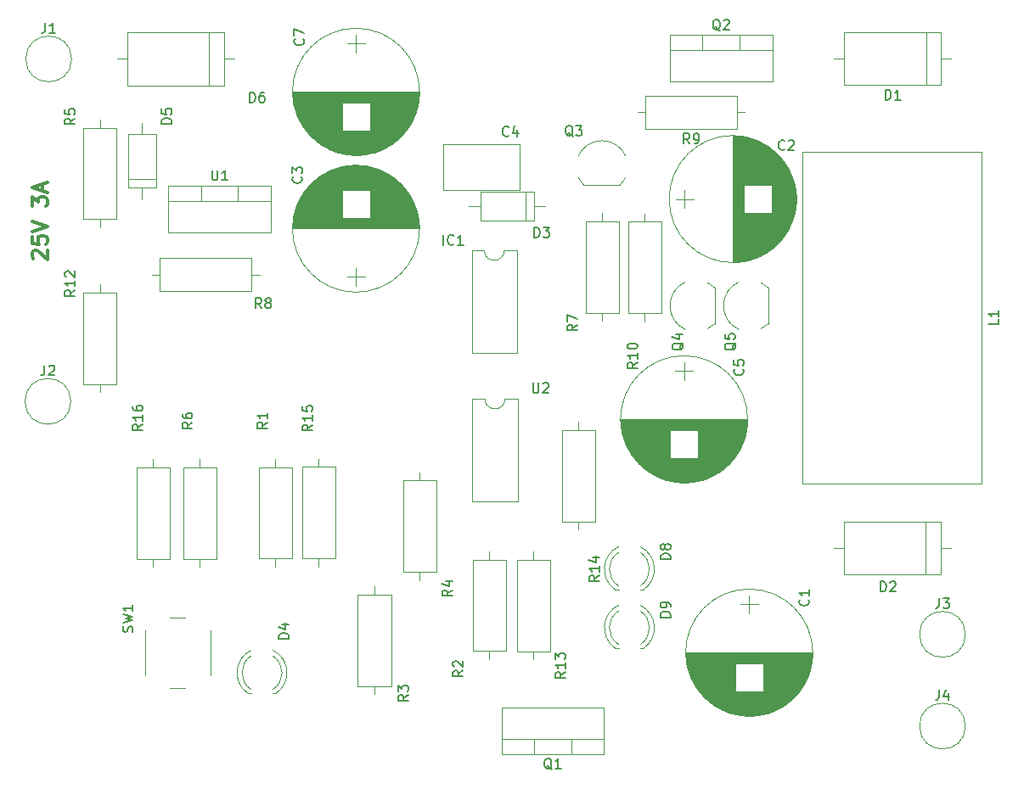
<source format=gbr>
%TF.GenerationSoftware,KiCad,Pcbnew,(5.0.2)-1*%
%TF.CreationDate,2019-01-28T10:12:54+09:00*%
%TF.ProjectId,12f675-mppt,31326636-3735-42d6-9d70-70742e6b6963,rev?*%
%TF.SameCoordinates,Original*%
%TF.FileFunction,Legend,Top*%
%TF.FilePolarity,Positive*%
%FSLAX46Y46*%
G04 Gerber Fmt 4.6, Leading zero omitted, Abs format (unit mm)*
G04 Created by KiCad (PCBNEW (5.0.2)-1) date 2019-01-28 오전 10:12:54*
%MOMM*%
%LPD*%
G01*
G04 APERTURE LIST*
%ADD10C,0.300000*%
%ADD11C,0.120000*%
%ADD12C,0.150000*%
G04 APERTURE END LIST*
D10*
X34154988Y-61555165D02*
X34083560Y-61483737D01*
X34012131Y-61340880D01*
X34012131Y-60983737D01*
X34083560Y-60840880D01*
X34154988Y-60769451D01*
X34297845Y-60698022D01*
X34440702Y-60698022D01*
X34654988Y-60769451D01*
X35512131Y-61626594D01*
X35512131Y-60698022D01*
X34012131Y-59340880D02*
X34012131Y-60055165D01*
X34726417Y-60126594D01*
X34654988Y-60055165D01*
X34583560Y-59912308D01*
X34583560Y-59555165D01*
X34654988Y-59412308D01*
X34726417Y-59340880D01*
X34869274Y-59269451D01*
X35226417Y-59269451D01*
X35369274Y-59340880D01*
X35440702Y-59412308D01*
X35512131Y-59555165D01*
X35512131Y-59912308D01*
X35440702Y-60055165D01*
X35369274Y-60126594D01*
X34012131Y-58840880D02*
X35512131Y-58340880D01*
X34012131Y-57840880D01*
X34012131Y-56340880D02*
X34012131Y-55412308D01*
X34583560Y-55912308D01*
X34583560Y-55698022D01*
X34654988Y-55555165D01*
X34726417Y-55483737D01*
X34869274Y-55412308D01*
X35226417Y-55412308D01*
X35369274Y-55483737D01*
X35440702Y-55555165D01*
X35512131Y-55698022D01*
X35512131Y-56126594D01*
X35440702Y-56269451D01*
X35369274Y-56340880D01*
X35083560Y-54840880D02*
X35083560Y-54126594D01*
X35512131Y-54983737D02*
X34012131Y-54483737D01*
X35512131Y-53983737D01*
D11*
X106416680Y-96074200D02*
X104616680Y-96074200D01*
X105516680Y-95174200D02*
X105516680Y-96974200D01*
X105980680Y-107195200D02*
X105052680Y-107195200D01*
X106347680Y-107155200D02*
X104685680Y-107155200D01*
X106598680Y-107115200D02*
X104434680Y-107115200D01*
X106801680Y-107075200D02*
X104231680Y-107075200D01*
X106976680Y-107035200D02*
X104056680Y-107035200D01*
X107132680Y-106995200D02*
X103900680Y-106995200D01*
X107273680Y-106955200D02*
X103759680Y-106955200D01*
X107404680Y-106915200D02*
X103628680Y-106915200D01*
X107525680Y-106875200D02*
X103507680Y-106875200D01*
X107638680Y-106835200D02*
X103394680Y-106835200D01*
X107746680Y-106795200D02*
X103286680Y-106795200D01*
X107847680Y-106755200D02*
X103185680Y-106755200D01*
X107944680Y-106715200D02*
X103088680Y-106715200D01*
X108037680Y-106675200D02*
X102995680Y-106675200D01*
X108126680Y-106635200D02*
X102906680Y-106635200D01*
X108211680Y-106595200D02*
X102821680Y-106595200D01*
X108293680Y-106555200D02*
X102739680Y-106555200D01*
X108372680Y-106515200D02*
X102660680Y-106515200D01*
X108449680Y-106475200D02*
X102583680Y-106475200D01*
X108523680Y-106435200D02*
X102509680Y-106435200D01*
X108595680Y-106395200D02*
X102437680Y-106395200D01*
X108665680Y-106355200D02*
X102367680Y-106355200D01*
X108733680Y-106315200D02*
X102299680Y-106315200D01*
X108798680Y-106275200D02*
X102234680Y-106275200D01*
X108863680Y-106235200D02*
X102169680Y-106235200D01*
X108925680Y-106195200D02*
X102107680Y-106195200D01*
X108986680Y-106155200D02*
X102046680Y-106155200D01*
X109046680Y-106115200D02*
X101986680Y-106115200D01*
X109104680Y-106075200D02*
X101928680Y-106075200D01*
X109160680Y-106035200D02*
X101872680Y-106035200D01*
X109216680Y-105995200D02*
X101816680Y-105995200D01*
X109270680Y-105955200D02*
X101762680Y-105955200D01*
X109323680Y-105915200D02*
X101709680Y-105915200D01*
X109375680Y-105875200D02*
X101657680Y-105875200D01*
X109425680Y-105835200D02*
X101607680Y-105835200D01*
X109475680Y-105795200D02*
X101557680Y-105795200D01*
X109524680Y-105755200D02*
X101508680Y-105755200D01*
X109572680Y-105715200D02*
X101460680Y-105715200D01*
X109618680Y-105675200D02*
X101414680Y-105675200D01*
X109664680Y-105635200D02*
X101368680Y-105635200D01*
X109709680Y-105595200D02*
X101323680Y-105595200D01*
X109754680Y-105555200D02*
X101278680Y-105555200D01*
X109797680Y-105515200D02*
X101235680Y-105515200D01*
X109839680Y-105475200D02*
X101193680Y-105475200D01*
X109881680Y-105435200D02*
X101151680Y-105435200D01*
X109922680Y-105395200D02*
X101110680Y-105395200D01*
X109963680Y-105355200D02*
X101069680Y-105355200D01*
X110002680Y-105315200D02*
X101030680Y-105315200D01*
X110041680Y-105275200D02*
X100991680Y-105275200D01*
X110079680Y-105235200D02*
X100953680Y-105235200D01*
X110117680Y-105195200D02*
X100915680Y-105195200D01*
X110154680Y-105155200D02*
X100878680Y-105155200D01*
X110190680Y-105115200D02*
X100842680Y-105115200D01*
X110226680Y-105075200D02*
X100806680Y-105075200D01*
X110261680Y-105035200D02*
X100771680Y-105035200D01*
X110295680Y-104995200D02*
X100737680Y-104995200D01*
X110329680Y-104955200D02*
X100703680Y-104955200D01*
X110363680Y-104915200D02*
X100669680Y-104915200D01*
X110395680Y-104875200D02*
X100637680Y-104875200D01*
X110428680Y-104835200D02*
X100604680Y-104835200D01*
X110459680Y-104795200D02*
X100573680Y-104795200D01*
X110491680Y-104755200D02*
X100541680Y-104755200D01*
X104136680Y-104715200D02*
X100511680Y-104715200D01*
X110521680Y-104715200D02*
X106896680Y-104715200D01*
X104136680Y-104675200D02*
X100481680Y-104675200D01*
X110551680Y-104675200D02*
X106896680Y-104675200D01*
X104136680Y-104635200D02*
X100451680Y-104635200D01*
X110581680Y-104635200D02*
X106896680Y-104635200D01*
X104136680Y-104595200D02*
X100422680Y-104595200D01*
X110610680Y-104595200D02*
X106896680Y-104595200D01*
X104136680Y-104555200D02*
X100393680Y-104555200D01*
X110639680Y-104555200D02*
X106896680Y-104555200D01*
X104136680Y-104515200D02*
X100365680Y-104515200D01*
X110667680Y-104515200D02*
X106896680Y-104515200D01*
X104136680Y-104475200D02*
X100337680Y-104475200D01*
X110695680Y-104475200D02*
X106896680Y-104475200D01*
X104136680Y-104435200D02*
X100309680Y-104435200D01*
X110723680Y-104435200D02*
X106896680Y-104435200D01*
X104136680Y-104395200D02*
X100282680Y-104395200D01*
X110750680Y-104395200D02*
X106896680Y-104395200D01*
X104136680Y-104355200D02*
X100256680Y-104355200D01*
X110776680Y-104355200D02*
X106896680Y-104355200D01*
X104136680Y-104315200D02*
X100230680Y-104315200D01*
X110802680Y-104315200D02*
X106896680Y-104315200D01*
X104136680Y-104275200D02*
X100204680Y-104275200D01*
X110828680Y-104275200D02*
X106896680Y-104275200D01*
X104136680Y-104235200D02*
X100179680Y-104235200D01*
X110853680Y-104235200D02*
X106896680Y-104235200D01*
X104136680Y-104195200D02*
X100154680Y-104195200D01*
X110878680Y-104195200D02*
X106896680Y-104195200D01*
X104136680Y-104155200D02*
X100130680Y-104155200D01*
X110902680Y-104155200D02*
X106896680Y-104155200D01*
X104136680Y-104115200D02*
X100106680Y-104115200D01*
X110926680Y-104115200D02*
X106896680Y-104115200D01*
X104136680Y-104075200D02*
X100082680Y-104075200D01*
X110950680Y-104075200D02*
X106896680Y-104075200D01*
X104136680Y-104035200D02*
X100059680Y-104035200D01*
X110973680Y-104035200D02*
X106896680Y-104035200D01*
X104136680Y-103995200D02*
X100036680Y-103995200D01*
X110996680Y-103995200D02*
X106896680Y-103995200D01*
X104136680Y-103955200D02*
X100014680Y-103955200D01*
X111018680Y-103955200D02*
X106896680Y-103955200D01*
X104136680Y-103915200D02*
X99992680Y-103915200D01*
X111040680Y-103915200D02*
X106896680Y-103915200D01*
X104136680Y-103875200D02*
X99970680Y-103875200D01*
X111062680Y-103875200D02*
X106896680Y-103875200D01*
X104136680Y-103835200D02*
X99949680Y-103835200D01*
X111083680Y-103835200D02*
X106896680Y-103835200D01*
X104136680Y-103795200D02*
X99928680Y-103795200D01*
X111104680Y-103795200D02*
X106896680Y-103795200D01*
X104136680Y-103755200D02*
X99907680Y-103755200D01*
X111125680Y-103755200D02*
X106896680Y-103755200D01*
X104136680Y-103715200D02*
X99887680Y-103715200D01*
X111145680Y-103715200D02*
X106896680Y-103715200D01*
X104136680Y-103675200D02*
X99867680Y-103675200D01*
X111165680Y-103675200D02*
X106896680Y-103675200D01*
X104136680Y-103635200D02*
X99848680Y-103635200D01*
X111184680Y-103635200D02*
X106896680Y-103635200D01*
X104136680Y-103595200D02*
X99829680Y-103595200D01*
X111203680Y-103595200D02*
X106896680Y-103595200D01*
X104136680Y-103555200D02*
X99810680Y-103555200D01*
X111222680Y-103555200D02*
X106896680Y-103555200D01*
X104136680Y-103515200D02*
X99791680Y-103515200D01*
X111241680Y-103515200D02*
X106896680Y-103515200D01*
X104136680Y-103475200D02*
X99773680Y-103475200D01*
X111259680Y-103475200D02*
X106896680Y-103475200D01*
X104136680Y-103435200D02*
X99755680Y-103435200D01*
X111277680Y-103435200D02*
X106896680Y-103435200D01*
X104136680Y-103395200D02*
X99738680Y-103395200D01*
X111294680Y-103395200D02*
X106896680Y-103395200D01*
X104136680Y-103355200D02*
X99721680Y-103355200D01*
X111311680Y-103355200D02*
X106896680Y-103355200D01*
X104136680Y-103315200D02*
X99704680Y-103315200D01*
X111328680Y-103315200D02*
X106896680Y-103315200D01*
X104136680Y-103275200D02*
X99687680Y-103275200D01*
X111345680Y-103275200D02*
X106896680Y-103275200D01*
X104136680Y-103235200D02*
X99671680Y-103235200D01*
X111361680Y-103235200D02*
X106896680Y-103235200D01*
X104136680Y-103195200D02*
X99655680Y-103195200D01*
X111377680Y-103195200D02*
X106896680Y-103195200D01*
X104136680Y-103155200D02*
X99640680Y-103155200D01*
X111392680Y-103155200D02*
X106896680Y-103155200D01*
X104136680Y-103115200D02*
X99624680Y-103115200D01*
X111408680Y-103115200D02*
X106896680Y-103115200D01*
X104136680Y-103075200D02*
X99609680Y-103075200D01*
X111423680Y-103075200D02*
X106896680Y-103075200D01*
X104136680Y-103035200D02*
X99595680Y-103035200D01*
X111437680Y-103035200D02*
X106896680Y-103035200D01*
X104136680Y-102995200D02*
X99580680Y-102995200D01*
X111452680Y-102995200D02*
X106896680Y-102995200D01*
X104136680Y-102955200D02*
X99566680Y-102955200D01*
X111466680Y-102955200D02*
X106896680Y-102955200D01*
X104136680Y-102915200D02*
X99553680Y-102915200D01*
X111479680Y-102915200D02*
X106896680Y-102915200D01*
X104136680Y-102875200D02*
X99539680Y-102875200D01*
X111493680Y-102875200D02*
X106896680Y-102875200D01*
X104136680Y-102835200D02*
X99526680Y-102835200D01*
X111506680Y-102835200D02*
X106896680Y-102835200D01*
X104136680Y-102795200D02*
X99513680Y-102795200D01*
X111519680Y-102795200D02*
X106896680Y-102795200D01*
X104136680Y-102755200D02*
X99501680Y-102755200D01*
X111531680Y-102755200D02*
X106896680Y-102755200D01*
X104136680Y-102715200D02*
X99488680Y-102715200D01*
X111544680Y-102715200D02*
X106896680Y-102715200D01*
X104136680Y-102675200D02*
X99476680Y-102675200D01*
X111556680Y-102675200D02*
X106896680Y-102675200D01*
X104136680Y-102635200D02*
X99465680Y-102635200D01*
X111567680Y-102635200D02*
X106896680Y-102635200D01*
X104136680Y-102595200D02*
X99453680Y-102595200D01*
X111579680Y-102595200D02*
X106896680Y-102595200D01*
X104136680Y-102555200D02*
X99442680Y-102555200D01*
X111590680Y-102555200D02*
X106896680Y-102555200D01*
X104136680Y-102515200D02*
X99431680Y-102515200D01*
X111601680Y-102515200D02*
X106896680Y-102515200D01*
X104136680Y-102475200D02*
X99421680Y-102475200D01*
X111611680Y-102475200D02*
X106896680Y-102475200D01*
X104136680Y-102435200D02*
X99410680Y-102435200D01*
X111622680Y-102435200D02*
X106896680Y-102435200D01*
X104136680Y-102395200D02*
X99400680Y-102395200D01*
X111632680Y-102395200D02*
X106896680Y-102395200D01*
X104136680Y-102355200D02*
X99391680Y-102355200D01*
X111641680Y-102355200D02*
X106896680Y-102355200D01*
X104136680Y-102315200D02*
X99381680Y-102315200D01*
X111651680Y-102315200D02*
X106896680Y-102315200D01*
X104136680Y-102275200D02*
X99372680Y-102275200D01*
X111660680Y-102275200D02*
X106896680Y-102275200D01*
X104136680Y-102235200D02*
X99363680Y-102235200D01*
X111669680Y-102235200D02*
X106896680Y-102235200D01*
X104136680Y-102195200D02*
X99354680Y-102195200D01*
X111678680Y-102195200D02*
X106896680Y-102195200D01*
X104136680Y-102155200D02*
X99346680Y-102155200D01*
X111686680Y-102155200D02*
X106896680Y-102155200D01*
X104136680Y-102115200D02*
X99338680Y-102115200D01*
X111694680Y-102115200D02*
X106896680Y-102115200D01*
X104136680Y-102075200D02*
X99330680Y-102075200D01*
X111702680Y-102075200D02*
X106896680Y-102075200D01*
X104136680Y-102035200D02*
X99323680Y-102035200D01*
X111709680Y-102035200D02*
X106896680Y-102035200D01*
X104136680Y-101995200D02*
X99315680Y-101995200D01*
X111717680Y-101995200D02*
X106896680Y-101995200D01*
X111724680Y-101955200D02*
X99308680Y-101955200D01*
X111731680Y-101915200D02*
X99301680Y-101915200D01*
X111737680Y-101875200D02*
X99295680Y-101875200D01*
X111743680Y-101835200D02*
X99289680Y-101835200D01*
X111749680Y-101795200D02*
X99283680Y-101795200D01*
X111755680Y-101755200D02*
X99277680Y-101755200D01*
X111761680Y-101715200D02*
X99271680Y-101715200D01*
X111766680Y-101675200D02*
X99266680Y-101675200D01*
X111771680Y-101635200D02*
X99261680Y-101635200D01*
X111775680Y-101595200D02*
X99257680Y-101595200D01*
X111780680Y-101554200D02*
X99252680Y-101554200D01*
X111784680Y-101514200D02*
X99248680Y-101514200D01*
X111788680Y-101474200D02*
X99244680Y-101474200D01*
X111792680Y-101434200D02*
X99240680Y-101434200D01*
X111795680Y-101394200D02*
X99237680Y-101394200D01*
X111798680Y-101354200D02*
X99234680Y-101354200D01*
X111801680Y-101314200D02*
X99231680Y-101314200D01*
X111804680Y-101274200D02*
X99228680Y-101274200D01*
X111806680Y-101234200D02*
X99226680Y-101234200D01*
X111808680Y-101194200D02*
X99224680Y-101194200D01*
X111810680Y-101154200D02*
X99222680Y-101154200D01*
X111812680Y-101114200D02*
X99220680Y-101114200D01*
X111813680Y-101074200D02*
X99219680Y-101074200D01*
X111814680Y-101034200D02*
X99218680Y-101034200D01*
X111815680Y-100994200D02*
X99217680Y-100994200D01*
X111816680Y-100954200D02*
X99216680Y-100954200D01*
X111816680Y-100914200D02*
X99216680Y-100914200D01*
X111816680Y-100874200D02*
X99216680Y-100874200D01*
X111856680Y-100874200D02*
G75*
G03X111856680Y-100874200I-6340000J0D01*
G01*
X110211400Y-55610760D02*
G75*
G03X110211400Y-55610760I-6340000J0D01*
G01*
X103871400Y-49310760D02*
X103871400Y-61910760D01*
X103911400Y-49310760D02*
X103911400Y-61910760D01*
X103951400Y-49310760D02*
X103951400Y-61910760D01*
X103991400Y-49311760D02*
X103991400Y-61909760D01*
X104031400Y-49312760D02*
X104031400Y-61908760D01*
X104071400Y-49313760D02*
X104071400Y-61907760D01*
X104111400Y-49314760D02*
X104111400Y-61906760D01*
X104151400Y-49316760D02*
X104151400Y-61904760D01*
X104191400Y-49318760D02*
X104191400Y-61902760D01*
X104231400Y-49320760D02*
X104231400Y-61900760D01*
X104271400Y-49322760D02*
X104271400Y-61898760D01*
X104311400Y-49325760D02*
X104311400Y-61895760D01*
X104351400Y-49328760D02*
X104351400Y-61892760D01*
X104391400Y-49331760D02*
X104391400Y-61889760D01*
X104431400Y-49334760D02*
X104431400Y-61886760D01*
X104471400Y-49338760D02*
X104471400Y-61882760D01*
X104511400Y-49342760D02*
X104511400Y-61878760D01*
X104551400Y-49346760D02*
X104551400Y-61874760D01*
X104592400Y-49351760D02*
X104592400Y-61869760D01*
X104632400Y-49355760D02*
X104632400Y-61865760D01*
X104672400Y-49360760D02*
X104672400Y-61860760D01*
X104712400Y-49365760D02*
X104712400Y-61855760D01*
X104752400Y-49371760D02*
X104752400Y-61849760D01*
X104792400Y-49377760D02*
X104792400Y-61843760D01*
X104832400Y-49383760D02*
X104832400Y-61837760D01*
X104872400Y-49389760D02*
X104872400Y-61831760D01*
X104912400Y-49395760D02*
X104912400Y-61825760D01*
X104952400Y-49402760D02*
X104952400Y-61818760D01*
X104992400Y-49409760D02*
X104992400Y-54230760D01*
X104992400Y-56990760D02*
X104992400Y-61811760D01*
X105032400Y-49417760D02*
X105032400Y-54230760D01*
X105032400Y-56990760D02*
X105032400Y-61803760D01*
X105072400Y-49424760D02*
X105072400Y-54230760D01*
X105072400Y-56990760D02*
X105072400Y-61796760D01*
X105112400Y-49432760D02*
X105112400Y-54230760D01*
X105112400Y-56990760D02*
X105112400Y-61788760D01*
X105152400Y-49440760D02*
X105152400Y-54230760D01*
X105152400Y-56990760D02*
X105152400Y-61780760D01*
X105192400Y-49448760D02*
X105192400Y-54230760D01*
X105192400Y-56990760D02*
X105192400Y-61772760D01*
X105232400Y-49457760D02*
X105232400Y-54230760D01*
X105232400Y-56990760D02*
X105232400Y-61763760D01*
X105272400Y-49466760D02*
X105272400Y-54230760D01*
X105272400Y-56990760D02*
X105272400Y-61754760D01*
X105312400Y-49475760D02*
X105312400Y-54230760D01*
X105312400Y-56990760D02*
X105312400Y-61745760D01*
X105352400Y-49485760D02*
X105352400Y-54230760D01*
X105352400Y-56990760D02*
X105352400Y-61735760D01*
X105392400Y-49494760D02*
X105392400Y-54230760D01*
X105392400Y-56990760D02*
X105392400Y-61726760D01*
X105432400Y-49504760D02*
X105432400Y-54230760D01*
X105432400Y-56990760D02*
X105432400Y-61716760D01*
X105472400Y-49515760D02*
X105472400Y-54230760D01*
X105472400Y-56990760D02*
X105472400Y-61705760D01*
X105512400Y-49525760D02*
X105512400Y-54230760D01*
X105512400Y-56990760D02*
X105512400Y-61695760D01*
X105552400Y-49536760D02*
X105552400Y-54230760D01*
X105552400Y-56990760D02*
X105552400Y-61684760D01*
X105592400Y-49547760D02*
X105592400Y-54230760D01*
X105592400Y-56990760D02*
X105592400Y-61673760D01*
X105632400Y-49559760D02*
X105632400Y-54230760D01*
X105632400Y-56990760D02*
X105632400Y-61661760D01*
X105672400Y-49570760D02*
X105672400Y-54230760D01*
X105672400Y-56990760D02*
X105672400Y-61650760D01*
X105712400Y-49582760D02*
X105712400Y-54230760D01*
X105712400Y-56990760D02*
X105712400Y-61638760D01*
X105752400Y-49595760D02*
X105752400Y-54230760D01*
X105752400Y-56990760D02*
X105752400Y-61625760D01*
X105792400Y-49607760D02*
X105792400Y-54230760D01*
X105792400Y-56990760D02*
X105792400Y-61613760D01*
X105832400Y-49620760D02*
X105832400Y-54230760D01*
X105832400Y-56990760D02*
X105832400Y-61600760D01*
X105872400Y-49633760D02*
X105872400Y-54230760D01*
X105872400Y-56990760D02*
X105872400Y-61587760D01*
X105912400Y-49647760D02*
X105912400Y-54230760D01*
X105912400Y-56990760D02*
X105912400Y-61573760D01*
X105952400Y-49660760D02*
X105952400Y-54230760D01*
X105952400Y-56990760D02*
X105952400Y-61560760D01*
X105992400Y-49674760D02*
X105992400Y-54230760D01*
X105992400Y-56990760D02*
X105992400Y-61546760D01*
X106032400Y-49689760D02*
X106032400Y-54230760D01*
X106032400Y-56990760D02*
X106032400Y-61531760D01*
X106072400Y-49703760D02*
X106072400Y-54230760D01*
X106072400Y-56990760D02*
X106072400Y-61517760D01*
X106112400Y-49718760D02*
X106112400Y-54230760D01*
X106112400Y-56990760D02*
X106112400Y-61502760D01*
X106152400Y-49734760D02*
X106152400Y-54230760D01*
X106152400Y-56990760D02*
X106152400Y-61486760D01*
X106192400Y-49749760D02*
X106192400Y-54230760D01*
X106192400Y-56990760D02*
X106192400Y-61471760D01*
X106232400Y-49765760D02*
X106232400Y-54230760D01*
X106232400Y-56990760D02*
X106232400Y-61455760D01*
X106272400Y-49781760D02*
X106272400Y-54230760D01*
X106272400Y-56990760D02*
X106272400Y-61439760D01*
X106312400Y-49798760D02*
X106312400Y-54230760D01*
X106312400Y-56990760D02*
X106312400Y-61422760D01*
X106352400Y-49815760D02*
X106352400Y-54230760D01*
X106352400Y-56990760D02*
X106352400Y-61405760D01*
X106392400Y-49832760D02*
X106392400Y-54230760D01*
X106392400Y-56990760D02*
X106392400Y-61388760D01*
X106432400Y-49849760D02*
X106432400Y-54230760D01*
X106432400Y-56990760D02*
X106432400Y-61371760D01*
X106472400Y-49867760D02*
X106472400Y-54230760D01*
X106472400Y-56990760D02*
X106472400Y-61353760D01*
X106512400Y-49885760D02*
X106512400Y-54230760D01*
X106512400Y-56990760D02*
X106512400Y-61335760D01*
X106552400Y-49904760D02*
X106552400Y-54230760D01*
X106552400Y-56990760D02*
X106552400Y-61316760D01*
X106592400Y-49923760D02*
X106592400Y-54230760D01*
X106592400Y-56990760D02*
X106592400Y-61297760D01*
X106632400Y-49942760D02*
X106632400Y-54230760D01*
X106632400Y-56990760D02*
X106632400Y-61278760D01*
X106672400Y-49961760D02*
X106672400Y-54230760D01*
X106672400Y-56990760D02*
X106672400Y-61259760D01*
X106712400Y-49981760D02*
X106712400Y-54230760D01*
X106712400Y-56990760D02*
X106712400Y-61239760D01*
X106752400Y-50001760D02*
X106752400Y-54230760D01*
X106752400Y-56990760D02*
X106752400Y-61219760D01*
X106792400Y-50022760D02*
X106792400Y-54230760D01*
X106792400Y-56990760D02*
X106792400Y-61198760D01*
X106832400Y-50043760D02*
X106832400Y-54230760D01*
X106832400Y-56990760D02*
X106832400Y-61177760D01*
X106872400Y-50064760D02*
X106872400Y-54230760D01*
X106872400Y-56990760D02*
X106872400Y-61156760D01*
X106912400Y-50086760D02*
X106912400Y-54230760D01*
X106912400Y-56990760D02*
X106912400Y-61134760D01*
X106952400Y-50108760D02*
X106952400Y-54230760D01*
X106952400Y-56990760D02*
X106952400Y-61112760D01*
X106992400Y-50130760D02*
X106992400Y-54230760D01*
X106992400Y-56990760D02*
X106992400Y-61090760D01*
X107032400Y-50153760D02*
X107032400Y-54230760D01*
X107032400Y-56990760D02*
X107032400Y-61067760D01*
X107072400Y-50176760D02*
X107072400Y-54230760D01*
X107072400Y-56990760D02*
X107072400Y-61044760D01*
X107112400Y-50200760D02*
X107112400Y-54230760D01*
X107112400Y-56990760D02*
X107112400Y-61020760D01*
X107152400Y-50224760D02*
X107152400Y-54230760D01*
X107152400Y-56990760D02*
X107152400Y-60996760D01*
X107192400Y-50248760D02*
X107192400Y-54230760D01*
X107192400Y-56990760D02*
X107192400Y-60972760D01*
X107232400Y-50273760D02*
X107232400Y-54230760D01*
X107232400Y-56990760D02*
X107232400Y-60947760D01*
X107272400Y-50298760D02*
X107272400Y-54230760D01*
X107272400Y-56990760D02*
X107272400Y-60922760D01*
X107312400Y-50324760D02*
X107312400Y-54230760D01*
X107312400Y-56990760D02*
X107312400Y-60896760D01*
X107352400Y-50350760D02*
X107352400Y-54230760D01*
X107352400Y-56990760D02*
X107352400Y-60870760D01*
X107392400Y-50376760D02*
X107392400Y-54230760D01*
X107392400Y-56990760D02*
X107392400Y-60844760D01*
X107432400Y-50403760D02*
X107432400Y-54230760D01*
X107432400Y-56990760D02*
X107432400Y-60817760D01*
X107472400Y-50431760D02*
X107472400Y-54230760D01*
X107472400Y-56990760D02*
X107472400Y-60789760D01*
X107512400Y-50459760D02*
X107512400Y-54230760D01*
X107512400Y-56990760D02*
X107512400Y-60761760D01*
X107552400Y-50487760D02*
X107552400Y-54230760D01*
X107552400Y-56990760D02*
X107552400Y-60733760D01*
X107592400Y-50516760D02*
X107592400Y-54230760D01*
X107592400Y-56990760D02*
X107592400Y-60704760D01*
X107632400Y-50545760D02*
X107632400Y-54230760D01*
X107632400Y-56990760D02*
X107632400Y-60675760D01*
X107672400Y-50575760D02*
X107672400Y-54230760D01*
X107672400Y-56990760D02*
X107672400Y-60645760D01*
X107712400Y-50605760D02*
X107712400Y-54230760D01*
X107712400Y-56990760D02*
X107712400Y-60615760D01*
X107752400Y-50635760D02*
X107752400Y-60585760D01*
X107792400Y-50667760D02*
X107792400Y-60553760D01*
X107832400Y-50698760D02*
X107832400Y-60522760D01*
X107872400Y-50731760D02*
X107872400Y-60489760D01*
X107912400Y-50763760D02*
X107912400Y-60457760D01*
X107952400Y-50797760D02*
X107952400Y-60423760D01*
X107992400Y-50831760D02*
X107992400Y-60389760D01*
X108032400Y-50865760D02*
X108032400Y-60355760D01*
X108072400Y-50900760D02*
X108072400Y-60320760D01*
X108112400Y-50936760D02*
X108112400Y-60284760D01*
X108152400Y-50972760D02*
X108152400Y-60248760D01*
X108192400Y-51009760D02*
X108192400Y-60211760D01*
X108232400Y-51047760D02*
X108232400Y-60173760D01*
X108272400Y-51085760D02*
X108272400Y-60135760D01*
X108312400Y-51124760D02*
X108312400Y-60096760D01*
X108352400Y-51163760D02*
X108352400Y-60057760D01*
X108392400Y-51204760D02*
X108392400Y-60016760D01*
X108432400Y-51245760D02*
X108432400Y-59975760D01*
X108472400Y-51287760D02*
X108472400Y-59933760D01*
X108512400Y-51329760D02*
X108512400Y-59891760D01*
X108552400Y-51372760D02*
X108552400Y-59848760D01*
X108592400Y-51417760D02*
X108592400Y-59803760D01*
X108632400Y-51462760D02*
X108632400Y-59758760D01*
X108672400Y-51508760D02*
X108672400Y-59712760D01*
X108712400Y-51554760D02*
X108712400Y-59666760D01*
X108752400Y-51602760D02*
X108752400Y-59618760D01*
X108792400Y-51651760D02*
X108792400Y-59569760D01*
X108832400Y-51701760D02*
X108832400Y-59519760D01*
X108872400Y-51751760D02*
X108872400Y-59469760D01*
X108912400Y-51803760D02*
X108912400Y-59417760D01*
X108952400Y-51856760D02*
X108952400Y-59364760D01*
X108992400Y-51910760D02*
X108992400Y-59310760D01*
X109032400Y-51966760D02*
X109032400Y-59254760D01*
X109072400Y-52022760D02*
X109072400Y-59198760D01*
X109112400Y-52080760D02*
X109112400Y-59140760D01*
X109152400Y-52140760D02*
X109152400Y-59080760D01*
X109192400Y-52201760D02*
X109192400Y-59019760D01*
X109232400Y-52263760D02*
X109232400Y-58957760D01*
X109272400Y-52328760D02*
X109272400Y-58892760D01*
X109312400Y-52393760D02*
X109312400Y-58827760D01*
X109352400Y-52461760D02*
X109352400Y-58759760D01*
X109392400Y-52531760D02*
X109392400Y-58689760D01*
X109432400Y-52603760D02*
X109432400Y-58617760D01*
X109472400Y-52677760D02*
X109472400Y-58543760D01*
X109512400Y-52754760D02*
X109512400Y-58466760D01*
X109552400Y-52833760D02*
X109552400Y-58387760D01*
X109592400Y-52915760D02*
X109592400Y-58305760D01*
X109632400Y-53000760D02*
X109632400Y-58220760D01*
X109672400Y-53089760D02*
X109672400Y-58131760D01*
X109712400Y-53182760D02*
X109712400Y-58038760D01*
X109752400Y-53279760D02*
X109752400Y-57941760D01*
X109792400Y-53380760D02*
X109792400Y-57840760D01*
X109832400Y-53488760D02*
X109832400Y-57732760D01*
X109872400Y-53601760D02*
X109872400Y-57619760D01*
X109912400Y-53722760D02*
X109912400Y-57498760D01*
X109952400Y-53853760D02*
X109952400Y-57367760D01*
X109992400Y-53994760D02*
X109992400Y-57226760D01*
X110032400Y-54150760D02*
X110032400Y-57070760D01*
X110072400Y-54325760D02*
X110072400Y-56895760D01*
X110112400Y-54528760D02*
X110112400Y-56692760D01*
X110152400Y-54779760D02*
X110152400Y-56441760D01*
X110192400Y-55146760D02*
X110192400Y-56074760D01*
X98171400Y-55610760D02*
X99971400Y-55610760D01*
X99071400Y-54710760D02*
X99071400Y-56510760D01*
X65409240Y-63366680D02*
X67209240Y-63366680D01*
X66309240Y-64266680D02*
X66309240Y-62466680D01*
X65845240Y-52245680D02*
X66773240Y-52245680D01*
X65478240Y-52285680D02*
X67140240Y-52285680D01*
X65227240Y-52325680D02*
X67391240Y-52325680D01*
X65024240Y-52365680D02*
X67594240Y-52365680D01*
X64849240Y-52405680D02*
X67769240Y-52405680D01*
X64693240Y-52445680D02*
X67925240Y-52445680D01*
X64552240Y-52485680D02*
X68066240Y-52485680D01*
X64421240Y-52525680D02*
X68197240Y-52525680D01*
X64300240Y-52565680D02*
X68318240Y-52565680D01*
X64187240Y-52605680D02*
X68431240Y-52605680D01*
X64079240Y-52645680D02*
X68539240Y-52645680D01*
X63978240Y-52685680D02*
X68640240Y-52685680D01*
X63881240Y-52725680D02*
X68737240Y-52725680D01*
X63788240Y-52765680D02*
X68830240Y-52765680D01*
X63699240Y-52805680D02*
X68919240Y-52805680D01*
X63614240Y-52845680D02*
X69004240Y-52845680D01*
X63532240Y-52885680D02*
X69086240Y-52885680D01*
X63453240Y-52925680D02*
X69165240Y-52925680D01*
X63376240Y-52965680D02*
X69242240Y-52965680D01*
X63302240Y-53005680D02*
X69316240Y-53005680D01*
X63230240Y-53045680D02*
X69388240Y-53045680D01*
X63160240Y-53085680D02*
X69458240Y-53085680D01*
X63092240Y-53125680D02*
X69526240Y-53125680D01*
X63027240Y-53165680D02*
X69591240Y-53165680D01*
X62962240Y-53205680D02*
X69656240Y-53205680D01*
X62900240Y-53245680D02*
X69718240Y-53245680D01*
X62839240Y-53285680D02*
X69779240Y-53285680D01*
X62779240Y-53325680D02*
X69839240Y-53325680D01*
X62721240Y-53365680D02*
X69897240Y-53365680D01*
X62665240Y-53405680D02*
X69953240Y-53405680D01*
X62609240Y-53445680D02*
X70009240Y-53445680D01*
X62555240Y-53485680D02*
X70063240Y-53485680D01*
X62502240Y-53525680D02*
X70116240Y-53525680D01*
X62450240Y-53565680D02*
X70168240Y-53565680D01*
X62400240Y-53605680D02*
X70218240Y-53605680D01*
X62350240Y-53645680D02*
X70268240Y-53645680D01*
X62301240Y-53685680D02*
X70317240Y-53685680D01*
X62253240Y-53725680D02*
X70365240Y-53725680D01*
X62207240Y-53765680D02*
X70411240Y-53765680D01*
X62161240Y-53805680D02*
X70457240Y-53805680D01*
X62116240Y-53845680D02*
X70502240Y-53845680D01*
X62071240Y-53885680D02*
X70547240Y-53885680D01*
X62028240Y-53925680D02*
X70590240Y-53925680D01*
X61986240Y-53965680D02*
X70632240Y-53965680D01*
X61944240Y-54005680D02*
X70674240Y-54005680D01*
X61903240Y-54045680D02*
X70715240Y-54045680D01*
X61862240Y-54085680D02*
X70756240Y-54085680D01*
X61823240Y-54125680D02*
X70795240Y-54125680D01*
X61784240Y-54165680D02*
X70834240Y-54165680D01*
X61746240Y-54205680D02*
X70872240Y-54205680D01*
X61708240Y-54245680D02*
X70910240Y-54245680D01*
X61671240Y-54285680D02*
X70947240Y-54285680D01*
X61635240Y-54325680D02*
X70983240Y-54325680D01*
X61599240Y-54365680D02*
X71019240Y-54365680D01*
X61564240Y-54405680D02*
X71054240Y-54405680D01*
X61530240Y-54445680D02*
X71088240Y-54445680D01*
X61496240Y-54485680D02*
X71122240Y-54485680D01*
X61462240Y-54525680D02*
X71156240Y-54525680D01*
X61430240Y-54565680D02*
X71188240Y-54565680D01*
X61397240Y-54605680D02*
X71221240Y-54605680D01*
X61366240Y-54645680D02*
X71252240Y-54645680D01*
X61334240Y-54685680D02*
X71284240Y-54685680D01*
X67689240Y-54725680D02*
X71314240Y-54725680D01*
X61304240Y-54725680D02*
X64929240Y-54725680D01*
X67689240Y-54765680D02*
X71344240Y-54765680D01*
X61274240Y-54765680D02*
X64929240Y-54765680D01*
X67689240Y-54805680D02*
X71374240Y-54805680D01*
X61244240Y-54805680D02*
X64929240Y-54805680D01*
X67689240Y-54845680D02*
X71403240Y-54845680D01*
X61215240Y-54845680D02*
X64929240Y-54845680D01*
X67689240Y-54885680D02*
X71432240Y-54885680D01*
X61186240Y-54885680D02*
X64929240Y-54885680D01*
X67689240Y-54925680D02*
X71460240Y-54925680D01*
X61158240Y-54925680D02*
X64929240Y-54925680D01*
X67689240Y-54965680D02*
X71488240Y-54965680D01*
X61130240Y-54965680D02*
X64929240Y-54965680D01*
X67689240Y-55005680D02*
X71516240Y-55005680D01*
X61102240Y-55005680D02*
X64929240Y-55005680D01*
X67689240Y-55045680D02*
X71543240Y-55045680D01*
X61075240Y-55045680D02*
X64929240Y-55045680D01*
X67689240Y-55085680D02*
X71569240Y-55085680D01*
X61049240Y-55085680D02*
X64929240Y-55085680D01*
X67689240Y-55125680D02*
X71595240Y-55125680D01*
X61023240Y-55125680D02*
X64929240Y-55125680D01*
X67689240Y-55165680D02*
X71621240Y-55165680D01*
X60997240Y-55165680D02*
X64929240Y-55165680D01*
X67689240Y-55205680D02*
X71646240Y-55205680D01*
X60972240Y-55205680D02*
X64929240Y-55205680D01*
X67689240Y-55245680D02*
X71671240Y-55245680D01*
X60947240Y-55245680D02*
X64929240Y-55245680D01*
X67689240Y-55285680D02*
X71695240Y-55285680D01*
X60923240Y-55285680D02*
X64929240Y-55285680D01*
X67689240Y-55325680D02*
X71719240Y-55325680D01*
X60899240Y-55325680D02*
X64929240Y-55325680D01*
X67689240Y-55365680D02*
X71743240Y-55365680D01*
X60875240Y-55365680D02*
X64929240Y-55365680D01*
X67689240Y-55405680D02*
X71766240Y-55405680D01*
X60852240Y-55405680D02*
X64929240Y-55405680D01*
X67689240Y-55445680D02*
X71789240Y-55445680D01*
X60829240Y-55445680D02*
X64929240Y-55445680D01*
X67689240Y-55485680D02*
X71811240Y-55485680D01*
X60807240Y-55485680D02*
X64929240Y-55485680D01*
X67689240Y-55525680D02*
X71833240Y-55525680D01*
X60785240Y-55525680D02*
X64929240Y-55525680D01*
X67689240Y-55565680D02*
X71855240Y-55565680D01*
X60763240Y-55565680D02*
X64929240Y-55565680D01*
X67689240Y-55605680D02*
X71876240Y-55605680D01*
X60742240Y-55605680D02*
X64929240Y-55605680D01*
X67689240Y-55645680D02*
X71897240Y-55645680D01*
X60721240Y-55645680D02*
X64929240Y-55645680D01*
X67689240Y-55685680D02*
X71918240Y-55685680D01*
X60700240Y-55685680D02*
X64929240Y-55685680D01*
X67689240Y-55725680D02*
X71938240Y-55725680D01*
X60680240Y-55725680D02*
X64929240Y-55725680D01*
X67689240Y-55765680D02*
X71958240Y-55765680D01*
X60660240Y-55765680D02*
X64929240Y-55765680D01*
X67689240Y-55805680D02*
X71977240Y-55805680D01*
X60641240Y-55805680D02*
X64929240Y-55805680D01*
X67689240Y-55845680D02*
X71996240Y-55845680D01*
X60622240Y-55845680D02*
X64929240Y-55845680D01*
X67689240Y-55885680D02*
X72015240Y-55885680D01*
X60603240Y-55885680D02*
X64929240Y-55885680D01*
X67689240Y-55925680D02*
X72034240Y-55925680D01*
X60584240Y-55925680D02*
X64929240Y-55925680D01*
X67689240Y-55965680D02*
X72052240Y-55965680D01*
X60566240Y-55965680D02*
X64929240Y-55965680D01*
X67689240Y-56005680D02*
X72070240Y-56005680D01*
X60548240Y-56005680D02*
X64929240Y-56005680D01*
X67689240Y-56045680D02*
X72087240Y-56045680D01*
X60531240Y-56045680D02*
X64929240Y-56045680D01*
X67689240Y-56085680D02*
X72104240Y-56085680D01*
X60514240Y-56085680D02*
X64929240Y-56085680D01*
X67689240Y-56125680D02*
X72121240Y-56125680D01*
X60497240Y-56125680D02*
X64929240Y-56125680D01*
X67689240Y-56165680D02*
X72138240Y-56165680D01*
X60480240Y-56165680D02*
X64929240Y-56165680D01*
X67689240Y-56205680D02*
X72154240Y-56205680D01*
X60464240Y-56205680D02*
X64929240Y-56205680D01*
X67689240Y-56245680D02*
X72170240Y-56245680D01*
X60448240Y-56245680D02*
X64929240Y-56245680D01*
X67689240Y-56285680D02*
X72185240Y-56285680D01*
X60433240Y-56285680D02*
X64929240Y-56285680D01*
X67689240Y-56325680D02*
X72201240Y-56325680D01*
X60417240Y-56325680D02*
X64929240Y-56325680D01*
X67689240Y-56365680D02*
X72216240Y-56365680D01*
X60402240Y-56365680D02*
X64929240Y-56365680D01*
X67689240Y-56405680D02*
X72230240Y-56405680D01*
X60388240Y-56405680D02*
X64929240Y-56405680D01*
X67689240Y-56445680D02*
X72245240Y-56445680D01*
X60373240Y-56445680D02*
X64929240Y-56445680D01*
X67689240Y-56485680D02*
X72259240Y-56485680D01*
X60359240Y-56485680D02*
X64929240Y-56485680D01*
X67689240Y-56525680D02*
X72272240Y-56525680D01*
X60346240Y-56525680D02*
X64929240Y-56525680D01*
X67689240Y-56565680D02*
X72286240Y-56565680D01*
X60332240Y-56565680D02*
X64929240Y-56565680D01*
X67689240Y-56605680D02*
X72299240Y-56605680D01*
X60319240Y-56605680D02*
X64929240Y-56605680D01*
X67689240Y-56645680D02*
X72312240Y-56645680D01*
X60306240Y-56645680D02*
X64929240Y-56645680D01*
X67689240Y-56685680D02*
X72324240Y-56685680D01*
X60294240Y-56685680D02*
X64929240Y-56685680D01*
X67689240Y-56725680D02*
X72337240Y-56725680D01*
X60281240Y-56725680D02*
X64929240Y-56725680D01*
X67689240Y-56765680D02*
X72349240Y-56765680D01*
X60269240Y-56765680D02*
X64929240Y-56765680D01*
X67689240Y-56805680D02*
X72360240Y-56805680D01*
X60258240Y-56805680D02*
X64929240Y-56805680D01*
X67689240Y-56845680D02*
X72372240Y-56845680D01*
X60246240Y-56845680D02*
X64929240Y-56845680D01*
X67689240Y-56885680D02*
X72383240Y-56885680D01*
X60235240Y-56885680D02*
X64929240Y-56885680D01*
X67689240Y-56925680D02*
X72394240Y-56925680D01*
X60224240Y-56925680D02*
X64929240Y-56925680D01*
X67689240Y-56965680D02*
X72404240Y-56965680D01*
X60214240Y-56965680D02*
X64929240Y-56965680D01*
X67689240Y-57005680D02*
X72415240Y-57005680D01*
X60203240Y-57005680D02*
X64929240Y-57005680D01*
X67689240Y-57045680D02*
X72425240Y-57045680D01*
X60193240Y-57045680D02*
X64929240Y-57045680D01*
X67689240Y-57085680D02*
X72434240Y-57085680D01*
X60184240Y-57085680D02*
X64929240Y-57085680D01*
X67689240Y-57125680D02*
X72444240Y-57125680D01*
X60174240Y-57125680D02*
X64929240Y-57125680D01*
X67689240Y-57165680D02*
X72453240Y-57165680D01*
X60165240Y-57165680D02*
X64929240Y-57165680D01*
X67689240Y-57205680D02*
X72462240Y-57205680D01*
X60156240Y-57205680D02*
X64929240Y-57205680D01*
X67689240Y-57245680D02*
X72471240Y-57245680D01*
X60147240Y-57245680D02*
X64929240Y-57245680D01*
X67689240Y-57285680D02*
X72479240Y-57285680D01*
X60139240Y-57285680D02*
X64929240Y-57285680D01*
X67689240Y-57325680D02*
X72487240Y-57325680D01*
X60131240Y-57325680D02*
X64929240Y-57325680D01*
X67689240Y-57365680D02*
X72495240Y-57365680D01*
X60123240Y-57365680D02*
X64929240Y-57365680D01*
X67689240Y-57405680D02*
X72502240Y-57405680D01*
X60116240Y-57405680D02*
X64929240Y-57405680D01*
X67689240Y-57445680D02*
X72510240Y-57445680D01*
X60108240Y-57445680D02*
X64929240Y-57445680D01*
X60101240Y-57485680D02*
X72517240Y-57485680D01*
X60094240Y-57525680D02*
X72524240Y-57525680D01*
X60088240Y-57565680D02*
X72530240Y-57565680D01*
X60082240Y-57605680D02*
X72536240Y-57605680D01*
X60076240Y-57645680D02*
X72542240Y-57645680D01*
X60070240Y-57685680D02*
X72548240Y-57685680D01*
X60064240Y-57725680D02*
X72554240Y-57725680D01*
X60059240Y-57765680D02*
X72559240Y-57765680D01*
X60054240Y-57805680D02*
X72564240Y-57805680D01*
X60050240Y-57845680D02*
X72568240Y-57845680D01*
X60045240Y-57886680D02*
X72573240Y-57886680D01*
X60041240Y-57926680D02*
X72577240Y-57926680D01*
X60037240Y-57966680D02*
X72581240Y-57966680D01*
X60033240Y-58006680D02*
X72585240Y-58006680D01*
X60030240Y-58046680D02*
X72588240Y-58046680D01*
X60027240Y-58086680D02*
X72591240Y-58086680D01*
X60024240Y-58126680D02*
X72594240Y-58126680D01*
X60021240Y-58166680D02*
X72597240Y-58166680D01*
X60019240Y-58206680D02*
X72599240Y-58206680D01*
X60017240Y-58246680D02*
X72601240Y-58246680D01*
X60015240Y-58286680D02*
X72603240Y-58286680D01*
X60013240Y-58326680D02*
X72605240Y-58326680D01*
X60012240Y-58366680D02*
X72606240Y-58366680D01*
X60011240Y-58406680D02*
X72607240Y-58406680D01*
X60010240Y-58446680D02*
X72608240Y-58446680D01*
X60009240Y-58486680D02*
X72609240Y-58486680D01*
X60009240Y-58526680D02*
X72609240Y-58526680D01*
X60009240Y-58566680D02*
X72609240Y-58566680D01*
X72649240Y-58566680D02*
G75*
G03X72649240Y-58566680I-6340000J0D01*
G01*
X82601440Y-50160520D02*
X82601440Y-54680520D01*
X74981440Y-50160520D02*
X74981440Y-54680520D01*
X74981440Y-54680520D02*
X82601440Y-54680520D01*
X74981440Y-50160520D02*
X82601440Y-50160520D01*
X72649240Y-44907840D02*
G75*
G03X72649240Y-44907840I-6340000J0D01*
G01*
X72609240Y-44907840D02*
X60009240Y-44907840D01*
X72609240Y-44947840D02*
X60009240Y-44947840D01*
X72609240Y-44987840D02*
X60009240Y-44987840D01*
X72608240Y-45027840D02*
X60010240Y-45027840D01*
X72607240Y-45067840D02*
X60011240Y-45067840D01*
X72606240Y-45107840D02*
X60012240Y-45107840D01*
X72605240Y-45147840D02*
X60013240Y-45147840D01*
X72603240Y-45187840D02*
X60015240Y-45187840D01*
X72601240Y-45227840D02*
X60017240Y-45227840D01*
X72599240Y-45267840D02*
X60019240Y-45267840D01*
X72597240Y-45307840D02*
X60021240Y-45307840D01*
X72594240Y-45347840D02*
X60024240Y-45347840D01*
X72591240Y-45387840D02*
X60027240Y-45387840D01*
X72588240Y-45427840D02*
X60030240Y-45427840D01*
X72585240Y-45467840D02*
X60033240Y-45467840D01*
X72581240Y-45507840D02*
X60037240Y-45507840D01*
X72577240Y-45547840D02*
X60041240Y-45547840D01*
X72573240Y-45587840D02*
X60045240Y-45587840D01*
X72568240Y-45628840D02*
X60050240Y-45628840D01*
X72564240Y-45668840D02*
X60054240Y-45668840D01*
X72559240Y-45708840D02*
X60059240Y-45708840D01*
X72554240Y-45748840D02*
X60064240Y-45748840D01*
X72548240Y-45788840D02*
X60070240Y-45788840D01*
X72542240Y-45828840D02*
X60076240Y-45828840D01*
X72536240Y-45868840D02*
X60082240Y-45868840D01*
X72530240Y-45908840D02*
X60088240Y-45908840D01*
X72524240Y-45948840D02*
X60094240Y-45948840D01*
X72517240Y-45988840D02*
X60101240Y-45988840D01*
X72510240Y-46028840D02*
X67689240Y-46028840D01*
X64929240Y-46028840D02*
X60108240Y-46028840D01*
X72502240Y-46068840D02*
X67689240Y-46068840D01*
X64929240Y-46068840D02*
X60116240Y-46068840D01*
X72495240Y-46108840D02*
X67689240Y-46108840D01*
X64929240Y-46108840D02*
X60123240Y-46108840D01*
X72487240Y-46148840D02*
X67689240Y-46148840D01*
X64929240Y-46148840D02*
X60131240Y-46148840D01*
X72479240Y-46188840D02*
X67689240Y-46188840D01*
X64929240Y-46188840D02*
X60139240Y-46188840D01*
X72471240Y-46228840D02*
X67689240Y-46228840D01*
X64929240Y-46228840D02*
X60147240Y-46228840D01*
X72462240Y-46268840D02*
X67689240Y-46268840D01*
X64929240Y-46268840D02*
X60156240Y-46268840D01*
X72453240Y-46308840D02*
X67689240Y-46308840D01*
X64929240Y-46308840D02*
X60165240Y-46308840D01*
X72444240Y-46348840D02*
X67689240Y-46348840D01*
X64929240Y-46348840D02*
X60174240Y-46348840D01*
X72434240Y-46388840D02*
X67689240Y-46388840D01*
X64929240Y-46388840D02*
X60184240Y-46388840D01*
X72425240Y-46428840D02*
X67689240Y-46428840D01*
X64929240Y-46428840D02*
X60193240Y-46428840D01*
X72415240Y-46468840D02*
X67689240Y-46468840D01*
X64929240Y-46468840D02*
X60203240Y-46468840D01*
X72404240Y-46508840D02*
X67689240Y-46508840D01*
X64929240Y-46508840D02*
X60214240Y-46508840D01*
X72394240Y-46548840D02*
X67689240Y-46548840D01*
X64929240Y-46548840D02*
X60224240Y-46548840D01*
X72383240Y-46588840D02*
X67689240Y-46588840D01*
X64929240Y-46588840D02*
X60235240Y-46588840D01*
X72372240Y-46628840D02*
X67689240Y-46628840D01*
X64929240Y-46628840D02*
X60246240Y-46628840D01*
X72360240Y-46668840D02*
X67689240Y-46668840D01*
X64929240Y-46668840D02*
X60258240Y-46668840D01*
X72349240Y-46708840D02*
X67689240Y-46708840D01*
X64929240Y-46708840D02*
X60269240Y-46708840D01*
X72337240Y-46748840D02*
X67689240Y-46748840D01*
X64929240Y-46748840D02*
X60281240Y-46748840D01*
X72324240Y-46788840D02*
X67689240Y-46788840D01*
X64929240Y-46788840D02*
X60294240Y-46788840D01*
X72312240Y-46828840D02*
X67689240Y-46828840D01*
X64929240Y-46828840D02*
X60306240Y-46828840D01*
X72299240Y-46868840D02*
X67689240Y-46868840D01*
X64929240Y-46868840D02*
X60319240Y-46868840D01*
X72286240Y-46908840D02*
X67689240Y-46908840D01*
X64929240Y-46908840D02*
X60332240Y-46908840D01*
X72272240Y-46948840D02*
X67689240Y-46948840D01*
X64929240Y-46948840D02*
X60346240Y-46948840D01*
X72259240Y-46988840D02*
X67689240Y-46988840D01*
X64929240Y-46988840D02*
X60359240Y-46988840D01*
X72245240Y-47028840D02*
X67689240Y-47028840D01*
X64929240Y-47028840D02*
X60373240Y-47028840D01*
X72230240Y-47068840D02*
X67689240Y-47068840D01*
X64929240Y-47068840D02*
X60388240Y-47068840D01*
X72216240Y-47108840D02*
X67689240Y-47108840D01*
X64929240Y-47108840D02*
X60402240Y-47108840D01*
X72201240Y-47148840D02*
X67689240Y-47148840D01*
X64929240Y-47148840D02*
X60417240Y-47148840D01*
X72185240Y-47188840D02*
X67689240Y-47188840D01*
X64929240Y-47188840D02*
X60433240Y-47188840D01*
X72170240Y-47228840D02*
X67689240Y-47228840D01*
X64929240Y-47228840D02*
X60448240Y-47228840D01*
X72154240Y-47268840D02*
X67689240Y-47268840D01*
X64929240Y-47268840D02*
X60464240Y-47268840D01*
X72138240Y-47308840D02*
X67689240Y-47308840D01*
X64929240Y-47308840D02*
X60480240Y-47308840D01*
X72121240Y-47348840D02*
X67689240Y-47348840D01*
X64929240Y-47348840D02*
X60497240Y-47348840D01*
X72104240Y-47388840D02*
X67689240Y-47388840D01*
X64929240Y-47388840D02*
X60514240Y-47388840D01*
X72087240Y-47428840D02*
X67689240Y-47428840D01*
X64929240Y-47428840D02*
X60531240Y-47428840D01*
X72070240Y-47468840D02*
X67689240Y-47468840D01*
X64929240Y-47468840D02*
X60548240Y-47468840D01*
X72052240Y-47508840D02*
X67689240Y-47508840D01*
X64929240Y-47508840D02*
X60566240Y-47508840D01*
X72034240Y-47548840D02*
X67689240Y-47548840D01*
X64929240Y-47548840D02*
X60584240Y-47548840D01*
X72015240Y-47588840D02*
X67689240Y-47588840D01*
X64929240Y-47588840D02*
X60603240Y-47588840D01*
X71996240Y-47628840D02*
X67689240Y-47628840D01*
X64929240Y-47628840D02*
X60622240Y-47628840D01*
X71977240Y-47668840D02*
X67689240Y-47668840D01*
X64929240Y-47668840D02*
X60641240Y-47668840D01*
X71958240Y-47708840D02*
X67689240Y-47708840D01*
X64929240Y-47708840D02*
X60660240Y-47708840D01*
X71938240Y-47748840D02*
X67689240Y-47748840D01*
X64929240Y-47748840D02*
X60680240Y-47748840D01*
X71918240Y-47788840D02*
X67689240Y-47788840D01*
X64929240Y-47788840D02*
X60700240Y-47788840D01*
X71897240Y-47828840D02*
X67689240Y-47828840D01*
X64929240Y-47828840D02*
X60721240Y-47828840D01*
X71876240Y-47868840D02*
X67689240Y-47868840D01*
X64929240Y-47868840D02*
X60742240Y-47868840D01*
X71855240Y-47908840D02*
X67689240Y-47908840D01*
X64929240Y-47908840D02*
X60763240Y-47908840D01*
X71833240Y-47948840D02*
X67689240Y-47948840D01*
X64929240Y-47948840D02*
X60785240Y-47948840D01*
X71811240Y-47988840D02*
X67689240Y-47988840D01*
X64929240Y-47988840D02*
X60807240Y-47988840D01*
X71789240Y-48028840D02*
X67689240Y-48028840D01*
X64929240Y-48028840D02*
X60829240Y-48028840D01*
X71766240Y-48068840D02*
X67689240Y-48068840D01*
X64929240Y-48068840D02*
X60852240Y-48068840D01*
X71743240Y-48108840D02*
X67689240Y-48108840D01*
X64929240Y-48108840D02*
X60875240Y-48108840D01*
X71719240Y-48148840D02*
X67689240Y-48148840D01*
X64929240Y-48148840D02*
X60899240Y-48148840D01*
X71695240Y-48188840D02*
X67689240Y-48188840D01*
X64929240Y-48188840D02*
X60923240Y-48188840D01*
X71671240Y-48228840D02*
X67689240Y-48228840D01*
X64929240Y-48228840D02*
X60947240Y-48228840D01*
X71646240Y-48268840D02*
X67689240Y-48268840D01*
X64929240Y-48268840D02*
X60972240Y-48268840D01*
X71621240Y-48308840D02*
X67689240Y-48308840D01*
X64929240Y-48308840D02*
X60997240Y-48308840D01*
X71595240Y-48348840D02*
X67689240Y-48348840D01*
X64929240Y-48348840D02*
X61023240Y-48348840D01*
X71569240Y-48388840D02*
X67689240Y-48388840D01*
X64929240Y-48388840D02*
X61049240Y-48388840D01*
X71543240Y-48428840D02*
X67689240Y-48428840D01*
X64929240Y-48428840D02*
X61075240Y-48428840D01*
X71516240Y-48468840D02*
X67689240Y-48468840D01*
X64929240Y-48468840D02*
X61102240Y-48468840D01*
X71488240Y-48508840D02*
X67689240Y-48508840D01*
X64929240Y-48508840D02*
X61130240Y-48508840D01*
X71460240Y-48548840D02*
X67689240Y-48548840D01*
X64929240Y-48548840D02*
X61158240Y-48548840D01*
X71432240Y-48588840D02*
X67689240Y-48588840D01*
X64929240Y-48588840D02*
X61186240Y-48588840D01*
X71403240Y-48628840D02*
X67689240Y-48628840D01*
X64929240Y-48628840D02*
X61215240Y-48628840D01*
X71374240Y-48668840D02*
X67689240Y-48668840D01*
X64929240Y-48668840D02*
X61244240Y-48668840D01*
X71344240Y-48708840D02*
X67689240Y-48708840D01*
X64929240Y-48708840D02*
X61274240Y-48708840D01*
X71314240Y-48748840D02*
X67689240Y-48748840D01*
X64929240Y-48748840D02*
X61304240Y-48748840D01*
X71284240Y-48788840D02*
X61334240Y-48788840D01*
X71252240Y-48828840D02*
X61366240Y-48828840D01*
X71221240Y-48868840D02*
X61397240Y-48868840D01*
X71188240Y-48908840D02*
X61430240Y-48908840D01*
X71156240Y-48948840D02*
X61462240Y-48948840D01*
X71122240Y-48988840D02*
X61496240Y-48988840D01*
X71088240Y-49028840D02*
X61530240Y-49028840D01*
X71054240Y-49068840D02*
X61564240Y-49068840D01*
X71019240Y-49108840D02*
X61599240Y-49108840D01*
X70983240Y-49148840D02*
X61635240Y-49148840D01*
X70947240Y-49188840D02*
X61671240Y-49188840D01*
X70910240Y-49228840D02*
X61708240Y-49228840D01*
X70872240Y-49268840D02*
X61746240Y-49268840D01*
X70834240Y-49308840D02*
X61784240Y-49308840D01*
X70795240Y-49348840D02*
X61823240Y-49348840D01*
X70756240Y-49388840D02*
X61862240Y-49388840D01*
X70715240Y-49428840D02*
X61903240Y-49428840D01*
X70674240Y-49468840D02*
X61944240Y-49468840D01*
X70632240Y-49508840D02*
X61986240Y-49508840D01*
X70590240Y-49548840D02*
X62028240Y-49548840D01*
X70547240Y-49588840D02*
X62071240Y-49588840D01*
X70502240Y-49628840D02*
X62116240Y-49628840D01*
X70457240Y-49668840D02*
X62161240Y-49668840D01*
X70411240Y-49708840D02*
X62207240Y-49708840D01*
X70365240Y-49748840D02*
X62253240Y-49748840D01*
X70317240Y-49788840D02*
X62301240Y-49788840D01*
X70268240Y-49828840D02*
X62350240Y-49828840D01*
X70218240Y-49868840D02*
X62400240Y-49868840D01*
X70168240Y-49908840D02*
X62450240Y-49908840D01*
X70116240Y-49948840D02*
X62502240Y-49948840D01*
X70063240Y-49988840D02*
X62555240Y-49988840D01*
X70009240Y-50028840D02*
X62609240Y-50028840D01*
X69953240Y-50068840D02*
X62665240Y-50068840D01*
X69897240Y-50108840D02*
X62721240Y-50108840D01*
X69839240Y-50148840D02*
X62779240Y-50148840D01*
X69779240Y-50188840D02*
X62839240Y-50188840D01*
X69718240Y-50228840D02*
X62900240Y-50228840D01*
X69656240Y-50268840D02*
X62962240Y-50268840D01*
X69591240Y-50308840D02*
X63027240Y-50308840D01*
X69526240Y-50348840D02*
X63092240Y-50348840D01*
X69458240Y-50388840D02*
X63160240Y-50388840D01*
X69388240Y-50428840D02*
X63230240Y-50428840D01*
X69316240Y-50468840D02*
X63302240Y-50468840D01*
X69242240Y-50508840D02*
X63376240Y-50508840D01*
X69165240Y-50548840D02*
X63453240Y-50548840D01*
X69086240Y-50588840D02*
X63532240Y-50588840D01*
X69004240Y-50628840D02*
X63614240Y-50628840D01*
X68919240Y-50668840D02*
X63699240Y-50668840D01*
X68830240Y-50708840D02*
X63788240Y-50708840D01*
X68737240Y-50748840D02*
X63881240Y-50748840D01*
X68640240Y-50788840D02*
X63978240Y-50788840D01*
X68539240Y-50828840D02*
X64079240Y-50828840D01*
X68431240Y-50868840D02*
X64187240Y-50868840D01*
X68318240Y-50908840D02*
X64300240Y-50908840D01*
X68197240Y-50948840D02*
X64421240Y-50948840D01*
X68066240Y-50988840D02*
X64552240Y-50988840D01*
X67925240Y-51028840D02*
X64693240Y-51028840D01*
X67769240Y-51068840D02*
X64849240Y-51068840D01*
X67594240Y-51108840D02*
X65024240Y-51108840D01*
X67391240Y-51148840D02*
X65227240Y-51148840D01*
X67140240Y-51188840D02*
X65478240Y-51188840D01*
X66773240Y-51228840D02*
X65845240Y-51228840D01*
X66309240Y-39207840D02*
X66309240Y-41007840D01*
X67209240Y-40107840D02*
X65409240Y-40107840D01*
X124631960Y-44255040D02*
X124631960Y-38935040D01*
X124631960Y-38935040D02*
X115011960Y-38935040D01*
X115011960Y-38935040D02*
X115011960Y-44255040D01*
X115011960Y-44255040D02*
X124631960Y-44255040D01*
X125661960Y-41595040D02*
X124631960Y-41595040D01*
X113981960Y-41595040D02*
X115011960Y-41595040D01*
X123146960Y-44255040D02*
X123146960Y-38935040D01*
X123111400Y-93109400D02*
X123111400Y-87789400D01*
X113946400Y-90449400D02*
X114976400Y-90449400D01*
X125626400Y-90449400D02*
X124596400Y-90449400D01*
X114976400Y-93109400D02*
X124596400Y-93109400D01*
X114976400Y-87789400D02*
X114976400Y-93109400D01*
X124596400Y-87789400D02*
X114976400Y-87789400D01*
X124596400Y-93109400D02*
X124596400Y-87789400D01*
X83206680Y-57742120D02*
X83206680Y-54922120D01*
X77586680Y-56332120D02*
X78726680Y-56332120D01*
X85186680Y-56332120D02*
X84046680Y-56332120D01*
X78726680Y-57742120D02*
X84046680Y-57742120D01*
X78726680Y-54922120D02*
X78726680Y-57742120D01*
X84046680Y-54922120D02*
X78726680Y-54922120D01*
X84046680Y-57742120D02*
X84046680Y-54922120D01*
X58016640Y-104945240D02*
X58335640Y-104945240D01*
X55537640Y-104945240D02*
X55856640Y-104945240D01*
X58017601Y-101202527D02*
G75*
G02X58016640Y-104568570I-1080961J-1682713D01*
G01*
X55855679Y-101202527D02*
G75*
G03X55856640Y-104568570I1080961J-1682713D01*
G01*
X58017364Y-100641998D02*
G75*
G02X58335389Y-104945240I-1080724J-2243242D01*
G01*
X55855916Y-100641998D02*
G75*
G03X55537891Y-104945240I1080724J-2243242D01*
G01*
X43578480Y-54486160D02*
X46398480Y-54486160D01*
X46398480Y-54486160D02*
X46398480Y-49166160D01*
X46398480Y-49166160D02*
X43578480Y-49166160D01*
X43578480Y-49166160D02*
X43578480Y-54486160D01*
X44988480Y-55626160D02*
X44988480Y-54486160D01*
X44988480Y-48026160D02*
X44988480Y-49166160D01*
X43578480Y-53646160D02*
X46398480Y-53646160D01*
X51661200Y-44260120D02*
X51661200Y-38940120D01*
X42496200Y-41600120D02*
X43526200Y-41600120D01*
X54176200Y-41600120D02*
X53146200Y-41600120D01*
X43526200Y-44260120D02*
X53146200Y-44260120D01*
X43526200Y-38940120D02*
X43526200Y-44260120D01*
X53146200Y-38940120D02*
X43526200Y-38940120D01*
X53146200Y-44260120D02*
X53146200Y-38940120D01*
X92492876Y-90309278D02*
G75*
G03X92174851Y-94612520I1080724J-2243242D01*
G01*
X94654324Y-90309278D02*
G75*
G02X94972349Y-94612520I-1080724J-2243242D01*
G01*
X92492639Y-90869807D02*
G75*
G03X92493600Y-94235850I1080961J-1682713D01*
G01*
X94654561Y-90869807D02*
G75*
G02X94653600Y-94235850I-1080961J-1682713D01*
G01*
X92174600Y-94612520D02*
X92493600Y-94612520D01*
X94653600Y-94612520D02*
X94972600Y-94612520D01*
X94653600Y-100454520D02*
X94972600Y-100454520D01*
X92174600Y-100454520D02*
X92493600Y-100454520D01*
X94654561Y-96711807D02*
G75*
G02X94653600Y-100077850I-1080961J-1682713D01*
G01*
X92492639Y-96711807D02*
G75*
G03X92493600Y-100077850I1080961J-1682713D01*
G01*
X94654324Y-96151278D02*
G75*
G02X94972349Y-100454520I-1080724J-2243242D01*
G01*
X92492876Y-96151278D02*
G75*
G03X92174851Y-100454520I1080724J-2243242D01*
G01*
X81101440Y-60727280D02*
G75*
G02X79101440Y-60727280I-1000000J0D01*
G01*
X79101440Y-60727280D02*
X77851440Y-60727280D01*
X77851440Y-60727280D02*
X77851440Y-71007280D01*
X77851440Y-71007280D02*
X82351440Y-71007280D01*
X82351440Y-71007280D02*
X82351440Y-60727280D01*
X82351440Y-60727280D02*
X81101440Y-60727280D01*
X128700840Y-84017160D02*
X110800840Y-84017160D01*
X128700840Y-50877160D02*
X110800840Y-50877160D01*
X110800840Y-50877160D02*
X110800840Y-84017160D01*
X128700840Y-50877160D02*
X128700840Y-84017160D01*
X84082280Y-110991640D02*
X84082280Y-109481640D01*
X87783280Y-110991640D02*
X87783280Y-109481640D01*
X91053280Y-109481640D02*
X80813280Y-109481640D01*
X80813280Y-110991640D02*
X80813280Y-106350640D01*
X91053280Y-110991640D02*
X91053280Y-106350640D01*
X91053280Y-106350640D02*
X80813280Y-106350640D01*
X91053280Y-110991640D02*
X80813280Y-110991640D01*
X97602680Y-39259520D02*
X107842680Y-39259520D01*
X97602680Y-43900520D02*
X107842680Y-43900520D01*
X97602680Y-39259520D02*
X97602680Y-43900520D01*
X107842680Y-39259520D02*
X107842680Y-43900520D01*
X97602680Y-40769520D02*
X107842680Y-40769520D01*
X100872680Y-39259520D02*
X100872680Y-40769520D01*
X104573680Y-39259520D02*
X104573680Y-40769520D01*
X93159664Y-53512835D02*
G75*
G02X92635480Y-54240040I-2324184J1122795D01*
G01*
X93191880Y-51291233D02*
G75*
G03X90835480Y-49790040I-2356400J-1098807D01*
G01*
X88479080Y-51291233D02*
G75*
G02X90835480Y-49790040I2356400J-1098807D01*
G01*
X88511296Y-53512835D02*
G75*
G03X89035480Y-54240040I2324184J1122795D01*
G01*
X89035480Y-54240040D02*
X92635480Y-54240040D01*
X101341035Y-63934256D02*
G75*
G02X102068240Y-64458440I-1122795J-2324184D01*
G01*
X99119433Y-63902040D02*
G75*
G03X97618240Y-66258440I1098807J-2356400D01*
G01*
X99119433Y-68614840D02*
G75*
G02X97618240Y-66258440I1098807J2356400D01*
G01*
X101341035Y-68582624D02*
G75*
G03X102068240Y-68058440I-1122795J2324184D01*
G01*
X102068240Y-68058440D02*
X102068240Y-64458440D01*
X107402240Y-68058440D02*
X107402240Y-64458440D01*
X106675035Y-68582624D02*
G75*
G03X107402240Y-68058440I-1122795J2324184D01*
G01*
X104453433Y-68614840D02*
G75*
G02X102952240Y-66258440I1098807J2356400D01*
G01*
X104453433Y-63902040D02*
G75*
G03X102952240Y-66258440I1098807J-2356400D01*
G01*
X106675035Y-63934256D02*
G75*
G02X107402240Y-64458440I-1122795J-2324184D01*
G01*
X62580520Y-81543720D02*
X62580520Y-82353720D01*
X62580520Y-92283720D02*
X62580520Y-91473720D01*
X60920520Y-82353720D02*
X60920520Y-91473720D01*
X64240520Y-82353720D02*
X60920520Y-82353720D01*
X64240520Y-91473720D02*
X64240520Y-82353720D01*
X60920520Y-91473720D02*
X64240520Y-91473720D01*
X77938520Y-100724400D02*
X81258520Y-100724400D01*
X81258520Y-100724400D02*
X81258520Y-91604400D01*
X81258520Y-91604400D02*
X77938520Y-91604400D01*
X77938520Y-91604400D02*
X77938520Y-100724400D01*
X79598520Y-101534400D02*
X79598520Y-100724400D01*
X79598520Y-90794400D02*
X79598520Y-91604400D01*
X69803120Y-95104520D02*
X66483120Y-95104520D01*
X66483120Y-95104520D02*
X66483120Y-104224520D01*
X66483120Y-104224520D02*
X69803120Y-104224520D01*
X69803120Y-104224520D02*
X69803120Y-95104520D01*
X68143120Y-94294520D02*
X68143120Y-95104520D01*
X68143120Y-105034520D02*
X68143120Y-104224520D01*
X72649080Y-93619760D02*
X72649080Y-92809760D01*
X72649080Y-82879760D02*
X72649080Y-83689760D01*
X74309080Y-92809760D02*
X74309080Y-83689760D01*
X70989080Y-92809760D02*
X74309080Y-92809760D01*
X70989080Y-83689760D02*
X70989080Y-92809760D01*
X74309080Y-83689760D02*
X70989080Y-83689760D01*
X40782240Y-58425520D02*
X40782240Y-57615520D01*
X40782240Y-47685520D02*
X40782240Y-48495520D01*
X42442240Y-57615520D02*
X42442240Y-48495520D01*
X39122240Y-57615520D02*
X42442240Y-57615520D01*
X39122240Y-48495520D02*
X39122240Y-57615520D01*
X42442240Y-48495520D02*
X39122240Y-48495520D01*
X49063800Y-91509280D02*
X52383800Y-91509280D01*
X52383800Y-91509280D02*
X52383800Y-82389280D01*
X52383800Y-82389280D02*
X49063800Y-82389280D01*
X49063800Y-82389280D02*
X49063800Y-91509280D01*
X50723800Y-92319280D02*
X50723800Y-91509280D01*
X50723800Y-81579280D02*
X50723800Y-82389280D01*
X92520880Y-57852880D02*
X89200880Y-57852880D01*
X89200880Y-57852880D02*
X89200880Y-66972880D01*
X89200880Y-66972880D02*
X92520880Y-66972880D01*
X92520880Y-66972880D02*
X92520880Y-57852880D01*
X90860880Y-57042880D02*
X90860880Y-57852880D01*
X90860880Y-67782880D02*
X90860880Y-66972880D01*
X94365640Y-46964600D02*
X95175640Y-46964600D01*
X105105640Y-46964600D02*
X104295640Y-46964600D01*
X95175640Y-48624600D02*
X104295640Y-48624600D01*
X95175640Y-45304600D02*
X95175640Y-48624600D01*
X104295640Y-45304600D02*
X95175640Y-45304600D01*
X104295640Y-48624600D02*
X104295640Y-45304600D01*
X93432520Y-66993200D02*
X96752520Y-66993200D01*
X96752520Y-66993200D02*
X96752520Y-57873200D01*
X96752520Y-57873200D02*
X93432520Y-57873200D01*
X93432520Y-57873200D02*
X93432520Y-66993200D01*
X95092520Y-67803200D02*
X95092520Y-66993200D01*
X95092520Y-57063200D02*
X95092520Y-57873200D01*
X40782240Y-74874560D02*
X40782240Y-74064560D01*
X40782240Y-64134560D02*
X40782240Y-64944560D01*
X42442240Y-74064560D02*
X42442240Y-64944560D01*
X39122240Y-74064560D02*
X42442240Y-74064560D01*
X39122240Y-64944560D02*
X39122240Y-74064560D01*
X42442240Y-64944560D02*
X39122240Y-64944560D01*
X83992720Y-90814720D02*
X83992720Y-91624720D01*
X83992720Y-101554720D02*
X83992720Y-100744720D01*
X82332720Y-91624720D02*
X82332720Y-100744720D01*
X85652720Y-91624720D02*
X82332720Y-91624720D01*
X85652720Y-100744720D02*
X85652720Y-91624720D01*
X82332720Y-100744720D02*
X85652720Y-100744720D01*
X90158680Y-78680880D02*
X86838680Y-78680880D01*
X86838680Y-78680880D02*
X86838680Y-87800880D01*
X86838680Y-87800880D02*
X90158680Y-87800880D01*
X90158680Y-87800880D02*
X90158680Y-78680880D01*
X88498680Y-77870880D02*
X88498680Y-78680880D01*
X88498680Y-88610880D02*
X88498680Y-87800880D01*
X59927600Y-82374040D02*
X56607600Y-82374040D01*
X56607600Y-82374040D02*
X56607600Y-91494040D01*
X56607600Y-91494040D02*
X59927600Y-91494040D01*
X59927600Y-91494040D02*
X59927600Y-82374040D01*
X58267600Y-81564040D02*
X58267600Y-82374040D01*
X58267600Y-92304040D02*
X58267600Y-91494040D01*
X46070520Y-81579280D02*
X46070520Y-82389280D01*
X46070520Y-92319280D02*
X46070520Y-91509280D01*
X44410520Y-82389280D02*
X44410520Y-91509280D01*
X47730520Y-82389280D02*
X44410520Y-82389280D01*
X47730520Y-91509280D02*
X47730520Y-82389280D01*
X44410520Y-91509280D02*
X47730520Y-91509280D01*
X49283880Y-97410320D02*
X47783880Y-97410320D01*
X45283880Y-98660320D02*
X45283880Y-103160320D01*
X47783880Y-104410320D02*
X49283880Y-104410320D01*
X51783880Y-103160320D02*
X51783880Y-98660320D01*
X82417480Y-75545640D02*
X81167480Y-75545640D01*
X82417480Y-85825640D02*
X82417480Y-75545640D01*
X77917480Y-85825640D02*
X82417480Y-85825640D01*
X77917480Y-75545640D02*
X77917480Y-85825640D01*
X79167480Y-75545640D02*
X77917480Y-75545640D01*
X81167480Y-75545640D02*
G75*
G02X79167480Y-75545640I-1000000J0D01*
G01*
X99924440Y-72787480D02*
X98124440Y-72787480D01*
X99024440Y-71887480D02*
X99024440Y-73687480D01*
X99488440Y-83908480D02*
X98560440Y-83908480D01*
X99855440Y-83868480D02*
X98193440Y-83868480D01*
X100106440Y-83828480D02*
X97942440Y-83828480D01*
X100309440Y-83788480D02*
X97739440Y-83788480D01*
X100484440Y-83748480D02*
X97564440Y-83748480D01*
X100640440Y-83708480D02*
X97408440Y-83708480D01*
X100781440Y-83668480D02*
X97267440Y-83668480D01*
X100912440Y-83628480D02*
X97136440Y-83628480D01*
X101033440Y-83588480D02*
X97015440Y-83588480D01*
X101146440Y-83548480D02*
X96902440Y-83548480D01*
X101254440Y-83508480D02*
X96794440Y-83508480D01*
X101355440Y-83468480D02*
X96693440Y-83468480D01*
X101452440Y-83428480D02*
X96596440Y-83428480D01*
X101545440Y-83388480D02*
X96503440Y-83388480D01*
X101634440Y-83348480D02*
X96414440Y-83348480D01*
X101719440Y-83308480D02*
X96329440Y-83308480D01*
X101801440Y-83268480D02*
X96247440Y-83268480D01*
X101880440Y-83228480D02*
X96168440Y-83228480D01*
X101957440Y-83188480D02*
X96091440Y-83188480D01*
X102031440Y-83148480D02*
X96017440Y-83148480D01*
X102103440Y-83108480D02*
X95945440Y-83108480D01*
X102173440Y-83068480D02*
X95875440Y-83068480D01*
X102241440Y-83028480D02*
X95807440Y-83028480D01*
X102306440Y-82988480D02*
X95742440Y-82988480D01*
X102371440Y-82948480D02*
X95677440Y-82948480D01*
X102433440Y-82908480D02*
X95615440Y-82908480D01*
X102494440Y-82868480D02*
X95554440Y-82868480D01*
X102554440Y-82828480D02*
X95494440Y-82828480D01*
X102612440Y-82788480D02*
X95436440Y-82788480D01*
X102668440Y-82748480D02*
X95380440Y-82748480D01*
X102724440Y-82708480D02*
X95324440Y-82708480D01*
X102778440Y-82668480D02*
X95270440Y-82668480D01*
X102831440Y-82628480D02*
X95217440Y-82628480D01*
X102883440Y-82588480D02*
X95165440Y-82588480D01*
X102933440Y-82548480D02*
X95115440Y-82548480D01*
X102983440Y-82508480D02*
X95065440Y-82508480D01*
X103032440Y-82468480D02*
X95016440Y-82468480D01*
X103080440Y-82428480D02*
X94968440Y-82428480D01*
X103126440Y-82388480D02*
X94922440Y-82388480D01*
X103172440Y-82348480D02*
X94876440Y-82348480D01*
X103217440Y-82308480D02*
X94831440Y-82308480D01*
X103262440Y-82268480D02*
X94786440Y-82268480D01*
X103305440Y-82228480D02*
X94743440Y-82228480D01*
X103347440Y-82188480D02*
X94701440Y-82188480D01*
X103389440Y-82148480D02*
X94659440Y-82148480D01*
X103430440Y-82108480D02*
X94618440Y-82108480D01*
X103471440Y-82068480D02*
X94577440Y-82068480D01*
X103510440Y-82028480D02*
X94538440Y-82028480D01*
X103549440Y-81988480D02*
X94499440Y-81988480D01*
X103587440Y-81948480D02*
X94461440Y-81948480D01*
X103625440Y-81908480D02*
X94423440Y-81908480D01*
X103662440Y-81868480D02*
X94386440Y-81868480D01*
X103698440Y-81828480D02*
X94350440Y-81828480D01*
X103734440Y-81788480D02*
X94314440Y-81788480D01*
X103769440Y-81748480D02*
X94279440Y-81748480D01*
X103803440Y-81708480D02*
X94245440Y-81708480D01*
X103837440Y-81668480D02*
X94211440Y-81668480D01*
X103871440Y-81628480D02*
X94177440Y-81628480D01*
X103903440Y-81588480D02*
X94145440Y-81588480D01*
X103936440Y-81548480D02*
X94112440Y-81548480D01*
X103967440Y-81508480D02*
X94081440Y-81508480D01*
X103999440Y-81468480D02*
X94049440Y-81468480D01*
X97644440Y-81428480D02*
X94019440Y-81428480D01*
X104029440Y-81428480D02*
X100404440Y-81428480D01*
X97644440Y-81388480D02*
X93989440Y-81388480D01*
X104059440Y-81388480D02*
X100404440Y-81388480D01*
X97644440Y-81348480D02*
X93959440Y-81348480D01*
X104089440Y-81348480D02*
X100404440Y-81348480D01*
X97644440Y-81308480D02*
X93930440Y-81308480D01*
X104118440Y-81308480D02*
X100404440Y-81308480D01*
X97644440Y-81268480D02*
X93901440Y-81268480D01*
X104147440Y-81268480D02*
X100404440Y-81268480D01*
X97644440Y-81228480D02*
X93873440Y-81228480D01*
X104175440Y-81228480D02*
X100404440Y-81228480D01*
X97644440Y-81188480D02*
X93845440Y-81188480D01*
X104203440Y-81188480D02*
X100404440Y-81188480D01*
X97644440Y-81148480D02*
X93817440Y-81148480D01*
X104231440Y-81148480D02*
X100404440Y-81148480D01*
X97644440Y-81108480D02*
X93790440Y-81108480D01*
X104258440Y-81108480D02*
X100404440Y-81108480D01*
X97644440Y-81068480D02*
X93764440Y-81068480D01*
X104284440Y-81068480D02*
X100404440Y-81068480D01*
X97644440Y-81028480D02*
X93738440Y-81028480D01*
X104310440Y-81028480D02*
X100404440Y-81028480D01*
X97644440Y-80988480D02*
X93712440Y-80988480D01*
X104336440Y-80988480D02*
X100404440Y-80988480D01*
X97644440Y-80948480D02*
X93687440Y-80948480D01*
X104361440Y-80948480D02*
X100404440Y-80948480D01*
X97644440Y-80908480D02*
X93662440Y-80908480D01*
X104386440Y-80908480D02*
X100404440Y-80908480D01*
X97644440Y-80868480D02*
X93638440Y-80868480D01*
X104410440Y-80868480D02*
X100404440Y-80868480D01*
X97644440Y-80828480D02*
X93614440Y-80828480D01*
X104434440Y-80828480D02*
X100404440Y-80828480D01*
X97644440Y-80788480D02*
X93590440Y-80788480D01*
X104458440Y-80788480D02*
X100404440Y-80788480D01*
X97644440Y-80748480D02*
X93567440Y-80748480D01*
X104481440Y-80748480D02*
X100404440Y-80748480D01*
X97644440Y-80708480D02*
X93544440Y-80708480D01*
X104504440Y-80708480D02*
X100404440Y-80708480D01*
X97644440Y-80668480D02*
X93522440Y-80668480D01*
X104526440Y-80668480D02*
X100404440Y-80668480D01*
X97644440Y-80628480D02*
X93500440Y-80628480D01*
X104548440Y-80628480D02*
X100404440Y-80628480D01*
X97644440Y-80588480D02*
X93478440Y-80588480D01*
X104570440Y-80588480D02*
X100404440Y-80588480D01*
X97644440Y-80548480D02*
X93457440Y-80548480D01*
X104591440Y-80548480D02*
X100404440Y-80548480D01*
X97644440Y-80508480D02*
X93436440Y-80508480D01*
X104612440Y-80508480D02*
X100404440Y-80508480D01*
X97644440Y-80468480D02*
X93415440Y-80468480D01*
X104633440Y-80468480D02*
X100404440Y-80468480D01*
X97644440Y-80428480D02*
X93395440Y-80428480D01*
X104653440Y-80428480D02*
X100404440Y-80428480D01*
X97644440Y-80388480D02*
X93375440Y-80388480D01*
X104673440Y-80388480D02*
X100404440Y-80388480D01*
X97644440Y-80348480D02*
X93356440Y-80348480D01*
X104692440Y-80348480D02*
X100404440Y-80348480D01*
X97644440Y-80308480D02*
X93337440Y-80308480D01*
X104711440Y-80308480D02*
X100404440Y-80308480D01*
X97644440Y-80268480D02*
X93318440Y-80268480D01*
X104730440Y-80268480D02*
X100404440Y-80268480D01*
X97644440Y-80228480D02*
X93299440Y-80228480D01*
X104749440Y-80228480D02*
X100404440Y-80228480D01*
X97644440Y-80188480D02*
X93281440Y-80188480D01*
X104767440Y-80188480D02*
X100404440Y-80188480D01*
X97644440Y-80148480D02*
X93263440Y-80148480D01*
X104785440Y-80148480D02*
X100404440Y-80148480D01*
X97644440Y-80108480D02*
X93246440Y-80108480D01*
X104802440Y-80108480D02*
X100404440Y-80108480D01*
X97644440Y-80068480D02*
X93229440Y-80068480D01*
X104819440Y-80068480D02*
X100404440Y-80068480D01*
X97644440Y-80028480D02*
X93212440Y-80028480D01*
X104836440Y-80028480D02*
X100404440Y-80028480D01*
X97644440Y-79988480D02*
X93195440Y-79988480D01*
X104853440Y-79988480D02*
X100404440Y-79988480D01*
X97644440Y-79948480D02*
X93179440Y-79948480D01*
X104869440Y-79948480D02*
X100404440Y-79948480D01*
X97644440Y-79908480D02*
X93163440Y-79908480D01*
X104885440Y-79908480D02*
X100404440Y-79908480D01*
X97644440Y-79868480D02*
X93148440Y-79868480D01*
X104900440Y-79868480D02*
X100404440Y-79868480D01*
X97644440Y-79828480D02*
X93132440Y-79828480D01*
X104916440Y-79828480D02*
X100404440Y-79828480D01*
X97644440Y-79788480D02*
X93117440Y-79788480D01*
X104931440Y-79788480D02*
X100404440Y-79788480D01*
X97644440Y-79748480D02*
X93103440Y-79748480D01*
X104945440Y-79748480D02*
X100404440Y-79748480D01*
X97644440Y-79708480D02*
X93088440Y-79708480D01*
X104960440Y-79708480D02*
X100404440Y-79708480D01*
X97644440Y-79668480D02*
X93074440Y-79668480D01*
X104974440Y-79668480D02*
X100404440Y-79668480D01*
X97644440Y-79628480D02*
X93061440Y-79628480D01*
X104987440Y-79628480D02*
X100404440Y-79628480D01*
X97644440Y-79588480D02*
X93047440Y-79588480D01*
X105001440Y-79588480D02*
X100404440Y-79588480D01*
X97644440Y-79548480D02*
X93034440Y-79548480D01*
X105014440Y-79548480D02*
X100404440Y-79548480D01*
X97644440Y-79508480D02*
X93021440Y-79508480D01*
X105027440Y-79508480D02*
X100404440Y-79508480D01*
X97644440Y-79468480D02*
X93009440Y-79468480D01*
X105039440Y-79468480D02*
X100404440Y-79468480D01*
X97644440Y-79428480D02*
X92996440Y-79428480D01*
X105052440Y-79428480D02*
X100404440Y-79428480D01*
X97644440Y-79388480D02*
X92984440Y-79388480D01*
X105064440Y-79388480D02*
X100404440Y-79388480D01*
X97644440Y-79348480D02*
X92973440Y-79348480D01*
X105075440Y-79348480D02*
X100404440Y-79348480D01*
X97644440Y-79308480D02*
X92961440Y-79308480D01*
X105087440Y-79308480D02*
X100404440Y-79308480D01*
X97644440Y-79268480D02*
X92950440Y-79268480D01*
X105098440Y-79268480D02*
X100404440Y-79268480D01*
X97644440Y-79228480D02*
X92939440Y-79228480D01*
X105109440Y-79228480D02*
X100404440Y-79228480D01*
X97644440Y-79188480D02*
X92929440Y-79188480D01*
X105119440Y-79188480D02*
X100404440Y-79188480D01*
X97644440Y-79148480D02*
X92918440Y-79148480D01*
X105130440Y-79148480D02*
X100404440Y-79148480D01*
X97644440Y-79108480D02*
X92908440Y-79108480D01*
X105140440Y-79108480D02*
X100404440Y-79108480D01*
X97644440Y-79068480D02*
X92899440Y-79068480D01*
X105149440Y-79068480D02*
X100404440Y-79068480D01*
X97644440Y-79028480D02*
X92889440Y-79028480D01*
X105159440Y-79028480D02*
X100404440Y-79028480D01*
X97644440Y-78988480D02*
X92880440Y-78988480D01*
X105168440Y-78988480D02*
X100404440Y-78988480D01*
X97644440Y-78948480D02*
X92871440Y-78948480D01*
X105177440Y-78948480D02*
X100404440Y-78948480D01*
X97644440Y-78908480D02*
X92862440Y-78908480D01*
X105186440Y-78908480D02*
X100404440Y-78908480D01*
X97644440Y-78868480D02*
X92854440Y-78868480D01*
X105194440Y-78868480D02*
X100404440Y-78868480D01*
X97644440Y-78828480D02*
X92846440Y-78828480D01*
X105202440Y-78828480D02*
X100404440Y-78828480D01*
X97644440Y-78788480D02*
X92838440Y-78788480D01*
X105210440Y-78788480D02*
X100404440Y-78788480D01*
X97644440Y-78748480D02*
X92831440Y-78748480D01*
X105217440Y-78748480D02*
X100404440Y-78748480D01*
X97644440Y-78708480D02*
X92823440Y-78708480D01*
X105225440Y-78708480D02*
X100404440Y-78708480D01*
X105232440Y-78668480D02*
X92816440Y-78668480D01*
X105239440Y-78628480D02*
X92809440Y-78628480D01*
X105245440Y-78588480D02*
X92803440Y-78588480D01*
X105251440Y-78548480D02*
X92797440Y-78548480D01*
X105257440Y-78508480D02*
X92791440Y-78508480D01*
X105263440Y-78468480D02*
X92785440Y-78468480D01*
X105269440Y-78428480D02*
X92779440Y-78428480D01*
X105274440Y-78388480D02*
X92774440Y-78388480D01*
X105279440Y-78348480D02*
X92769440Y-78348480D01*
X105283440Y-78308480D02*
X92765440Y-78308480D01*
X105288440Y-78267480D02*
X92760440Y-78267480D01*
X105292440Y-78227480D02*
X92756440Y-78227480D01*
X105296440Y-78187480D02*
X92752440Y-78187480D01*
X105300440Y-78147480D02*
X92748440Y-78147480D01*
X105303440Y-78107480D02*
X92745440Y-78107480D01*
X105306440Y-78067480D02*
X92742440Y-78067480D01*
X105309440Y-78027480D02*
X92739440Y-78027480D01*
X105312440Y-77987480D02*
X92736440Y-77987480D01*
X105314440Y-77947480D02*
X92734440Y-77947480D01*
X105316440Y-77907480D02*
X92732440Y-77907480D01*
X105318440Y-77867480D02*
X92730440Y-77867480D01*
X105320440Y-77827480D02*
X92728440Y-77827480D01*
X105321440Y-77787480D02*
X92727440Y-77787480D01*
X105322440Y-77747480D02*
X92726440Y-77747480D01*
X105323440Y-77707480D02*
X92725440Y-77707480D01*
X105324440Y-77667480D02*
X92724440Y-77667480D01*
X105324440Y-77627480D02*
X92724440Y-77627480D01*
X105324440Y-77587480D02*
X92724440Y-77587480D01*
X105364440Y-77587480D02*
G75*
G03X105364440Y-77587480I-6340000J0D01*
G01*
X56693240Y-63139320D02*
X55883240Y-63139320D01*
X45953240Y-63139320D02*
X46763240Y-63139320D01*
X55883240Y-61479320D02*
X46763240Y-61479320D01*
X55883240Y-64799320D02*
X55883240Y-61479320D01*
X46763240Y-64799320D02*
X55883240Y-64799320D01*
X46763240Y-61479320D02*
X46763240Y-64799320D01*
X54556000Y-54276000D02*
X54556000Y-55786000D01*
X50855000Y-54276000D02*
X50855000Y-55786000D01*
X47585000Y-55786000D02*
X57825000Y-55786000D01*
X57825000Y-54276000D02*
X57825000Y-58917000D01*
X47585000Y-54276000D02*
X47585000Y-58917000D01*
X47585000Y-58917000D02*
X57825000Y-58917000D01*
X47585000Y-54276000D02*
X57825000Y-54276000D01*
X37952680Y-41630600D02*
G75*
G03X37952680Y-41630600I-2286000J0D01*
G01*
X37876480Y-75798680D02*
G75*
G03X37876480Y-75798680I-2286000J0D01*
G01*
X127076200Y-99054920D02*
G75*
G03X127076200Y-99054920I-2286000J0D01*
G01*
X127076200Y-108204000D02*
G75*
G03X127076200Y-108204000I-2286000J0D01*
G01*
D12*
X111405942Y-95569066D02*
X111453561Y-95616685D01*
X111501180Y-95759542D01*
X111501180Y-95854780D01*
X111453561Y-95997638D01*
X111358323Y-96092876D01*
X111263085Y-96140495D01*
X111072609Y-96188114D01*
X110929752Y-96188114D01*
X110739276Y-96140495D01*
X110644038Y-96092876D01*
X110548800Y-95997638D01*
X110501180Y-95854780D01*
X110501180Y-95759542D01*
X110548800Y-95616685D01*
X110596419Y-95569066D01*
X111501180Y-94616685D02*
X111501180Y-95188114D01*
X111501180Y-94902400D02*
X110501180Y-94902400D01*
X110644038Y-94997638D01*
X110739276Y-95092876D01*
X110786895Y-95188114D01*
X109063493Y-50628822D02*
X109015874Y-50676441D01*
X108873017Y-50724060D01*
X108777779Y-50724060D01*
X108634921Y-50676441D01*
X108539683Y-50581203D01*
X108492064Y-50485965D01*
X108444445Y-50295489D01*
X108444445Y-50152632D01*
X108492064Y-49962156D01*
X108539683Y-49866918D01*
X108634921Y-49771680D01*
X108777779Y-49724060D01*
X108873017Y-49724060D01*
X109015874Y-49771680D01*
X109063493Y-49819299D01*
X109444445Y-49819299D02*
X109492064Y-49771680D01*
X109587302Y-49724060D01*
X109825398Y-49724060D01*
X109920636Y-49771680D01*
X109968255Y-49819299D01*
X110015874Y-49914537D01*
X110015874Y-50009775D01*
X109968255Y-50152632D01*
X109396826Y-50724060D01*
X110015874Y-50724060D01*
X60844702Y-53389826D02*
X60892321Y-53437445D01*
X60939940Y-53580302D01*
X60939940Y-53675540D01*
X60892321Y-53818398D01*
X60797083Y-53913636D01*
X60701845Y-53961255D01*
X60511369Y-54008874D01*
X60368512Y-54008874D01*
X60178036Y-53961255D01*
X60082798Y-53913636D01*
X59987560Y-53818398D01*
X59939940Y-53675540D01*
X59939940Y-53580302D01*
X59987560Y-53437445D01*
X60035179Y-53389826D01*
X59939940Y-53056493D02*
X59939940Y-52437445D01*
X60320893Y-52770779D01*
X60320893Y-52627921D01*
X60368512Y-52532683D01*
X60416131Y-52485064D01*
X60511369Y-52437445D01*
X60749464Y-52437445D01*
X60844702Y-52485064D01*
X60892321Y-52532683D01*
X60939940Y-52627921D01*
X60939940Y-52913636D01*
X60892321Y-53008874D01*
X60844702Y-53056493D01*
X81534973Y-49262302D02*
X81487354Y-49309921D01*
X81344497Y-49357540D01*
X81249259Y-49357540D01*
X81106401Y-49309921D01*
X81011163Y-49214683D01*
X80963544Y-49119445D01*
X80915925Y-48928969D01*
X80915925Y-48786112D01*
X80963544Y-48595636D01*
X81011163Y-48500398D01*
X81106401Y-48405160D01*
X81249259Y-48357540D01*
X81344497Y-48357540D01*
X81487354Y-48405160D01*
X81534973Y-48452779D01*
X82392116Y-48690874D02*
X82392116Y-49357540D01*
X82154020Y-48309921D02*
X81915925Y-49024207D01*
X82534973Y-49024207D01*
X61047902Y-39628106D02*
X61095521Y-39675725D01*
X61143140Y-39818582D01*
X61143140Y-39913820D01*
X61095521Y-40056678D01*
X61000283Y-40151916D01*
X60905045Y-40199535D01*
X60714569Y-40247154D01*
X60571712Y-40247154D01*
X60381236Y-40199535D01*
X60285998Y-40151916D01*
X60190760Y-40056678D01*
X60143140Y-39913820D01*
X60143140Y-39818582D01*
X60190760Y-39675725D01*
X60238379Y-39628106D01*
X60143140Y-39294773D02*
X60143140Y-38628106D01*
X61143140Y-39056678D01*
X119083864Y-45707420D02*
X119083864Y-44707420D01*
X119321960Y-44707420D01*
X119464817Y-44755040D01*
X119560055Y-44850278D01*
X119607674Y-44945516D01*
X119655293Y-45135992D01*
X119655293Y-45278849D01*
X119607674Y-45469325D01*
X119560055Y-45564563D01*
X119464817Y-45659801D01*
X119321960Y-45707420D01*
X119083864Y-45707420D01*
X120607674Y-45707420D02*
X120036245Y-45707420D01*
X120321960Y-45707420D02*
X120321960Y-44707420D01*
X120226721Y-44850278D01*
X120131483Y-44945516D01*
X120036245Y-44993135D01*
X118611424Y-94787980D02*
X118611424Y-93787980D01*
X118849520Y-93787980D01*
X118992377Y-93835600D01*
X119087615Y-93930838D01*
X119135234Y-94026076D01*
X119182853Y-94216552D01*
X119182853Y-94359409D01*
X119135234Y-94549885D01*
X119087615Y-94645123D01*
X118992377Y-94740361D01*
X118849520Y-94787980D01*
X118611424Y-94787980D01*
X119563805Y-93883219D02*
X119611424Y-93835600D01*
X119706662Y-93787980D01*
X119944758Y-93787980D01*
X120039996Y-93835600D01*
X120087615Y-93883219D01*
X120135234Y-93978457D01*
X120135234Y-94073695D01*
X120087615Y-94216552D01*
X119516186Y-94787980D01*
X120135234Y-94787980D01*
X84072504Y-59436260D02*
X84072504Y-58436260D01*
X84310600Y-58436260D01*
X84453457Y-58483880D01*
X84548695Y-58579118D01*
X84596314Y-58674356D01*
X84643933Y-58864832D01*
X84643933Y-59007689D01*
X84596314Y-59198165D01*
X84548695Y-59293403D01*
X84453457Y-59388641D01*
X84310600Y-59436260D01*
X84072504Y-59436260D01*
X84977266Y-58436260D02*
X85596314Y-58436260D01*
X85262980Y-58817213D01*
X85405838Y-58817213D01*
X85501076Y-58864832D01*
X85548695Y-58912451D01*
X85596314Y-59007689D01*
X85596314Y-59245784D01*
X85548695Y-59341022D01*
X85501076Y-59388641D01*
X85405838Y-59436260D01*
X85120123Y-59436260D01*
X85024885Y-59388641D01*
X84977266Y-59341022D01*
X59619140Y-99503455D02*
X58619140Y-99503455D01*
X58619140Y-99265360D01*
X58666760Y-99122502D01*
X58761998Y-99027264D01*
X58857236Y-98979645D01*
X59047712Y-98932026D01*
X59190569Y-98932026D01*
X59381045Y-98979645D01*
X59476283Y-99027264D01*
X59571521Y-99122502D01*
X59619140Y-99265360D01*
X59619140Y-99503455D01*
X58952474Y-98074883D02*
X59619140Y-98074883D01*
X58571521Y-98312979D02*
X59285807Y-98551074D01*
X59285807Y-97932026D01*
X47924980Y-48098935D02*
X46924980Y-48098935D01*
X46924980Y-47860840D01*
X46972600Y-47717982D01*
X47067838Y-47622744D01*
X47163076Y-47575125D01*
X47353552Y-47527506D01*
X47496409Y-47527506D01*
X47686885Y-47575125D01*
X47782123Y-47622744D01*
X47877361Y-47717982D01*
X47924980Y-47860840D01*
X47924980Y-48098935D01*
X46924980Y-46622744D02*
X46924980Y-47098935D01*
X47401171Y-47146554D01*
X47353552Y-47098935D01*
X47305933Y-47003697D01*
X47305933Y-46765601D01*
X47353552Y-46670363D01*
X47401171Y-46622744D01*
X47496409Y-46575125D01*
X47734504Y-46575125D01*
X47829742Y-46622744D01*
X47877361Y-46670363D01*
X47924980Y-46765601D01*
X47924980Y-47003697D01*
X47877361Y-47098935D01*
X47829742Y-47146554D01*
X55695624Y-45964100D02*
X55695624Y-44964100D01*
X55933720Y-44964100D01*
X56076577Y-45011720D01*
X56171815Y-45106958D01*
X56219434Y-45202196D01*
X56267053Y-45392672D01*
X56267053Y-45535529D01*
X56219434Y-45726005D01*
X56171815Y-45821243D01*
X56076577Y-45916481D01*
X55933720Y-45964100D01*
X55695624Y-45964100D01*
X57124196Y-44964100D02*
X56933720Y-44964100D01*
X56838481Y-45011720D01*
X56790862Y-45059339D01*
X56695624Y-45202196D01*
X56648005Y-45392672D01*
X56648005Y-45773624D01*
X56695624Y-45868862D01*
X56743243Y-45916481D01*
X56838481Y-45964100D01*
X57028958Y-45964100D01*
X57124196Y-45916481D01*
X57171815Y-45868862D01*
X57219434Y-45773624D01*
X57219434Y-45535529D01*
X57171815Y-45440291D01*
X57124196Y-45392672D01*
X57028958Y-45345053D01*
X56838481Y-45345053D01*
X56743243Y-45392672D01*
X56695624Y-45440291D01*
X56648005Y-45535529D01*
X97663260Y-91563415D02*
X96663260Y-91563415D01*
X96663260Y-91325320D01*
X96710880Y-91182462D01*
X96806118Y-91087224D01*
X96901356Y-91039605D01*
X97091832Y-90991986D01*
X97234689Y-90991986D01*
X97425165Y-91039605D01*
X97520403Y-91087224D01*
X97615641Y-91182462D01*
X97663260Y-91325320D01*
X97663260Y-91563415D01*
X97091832Y-90420558D02*
X97044213Y-90515796D01*
X96996594Y-90563415D01*
X96901356Y-90611034D01*
X96853737Y-90611034D01*
X96758499Y-90563415D01*
X96710880Y-90515796D01*
X96663260Y-90420558D01*
X96663260Y-90230081D01*
X96710880Y-90134843D01*
X96758499Y-90087224D01*
X96853737Y-90039605D01*
X96901356Y-90039605D01*
X96996594Y-90087224D01*
X97044213Y-90134843D01*
X97091832Y-90230081D01*
X97091832Y-90420558D01*
X97139451Y-90515796D01*
X97187070Y-90563415D01*
X97282308Y-90611034D01*
X97472784Y-90611034D01*
X97568022Y-90563415D01*
X97615641Y-90515796D01*
X97663260Y-90420558D01*
X97663260Y-90230081D01*
X97615641Y-90134843D01*
X97568022Y-90087224D01*
X97472784Y-90039605D01*
X97282308Y-90039605D01*
X97187070Y-90087224D01*
X97139451Y-90134843D01*
X97091832Y-90230081D01*
X97663260Y-97354615D02*
X96663260Y-97354615D01*
X96663260Y-97116520D01*
X96710880Y-96973662D01*
X96806118Y-96878424D01*
X96901356Y-96830805D01*
X97091832Y-96783186D01*
X97234689Y-96783186D01*
X97425165Y-96830805D01*
X97520403Y-96878424D01*
X97615641Y-96973662D01*
X97663260Y-97116520D01*
X97663260Y-97354615D01*
X97663260Y-96306996D02*
X97663260Y-96116520D01*
X97615641Y-96021281D01*
X97568022Y-95973662D01*
X97425165Y-95878424D01*
X97234689Y-95830805D01*
X96853737Y-95830805D01*
X96758499Y-95878424D01*
X96710880Y-95926043D01*
X96663260Y-96021281D01*
X96663260Y-96211758D01*
X96710880Y-96306996D01*
X96758499Y-96354615D01*
X96853737Y-96402234D01*
X97091832Y-96402234D01*
X97187070Y-96354615D01*
X97234689Y-96306996D01*
X97282308Y-96211758D01*
X97282308Y-96021281D01*
X97234689Y-95926043D01*
X97187070Y-95878424D01*
X97091832Y-95830805D01*
X75010449Y-60193180D02*
X75010449Y-59193180D01*
X76058068Y-60097942D02*
X76010449Y-60145561D01*
X75867592Y-60193180D01*
X75772354Y-60193180D01*
X75629497Y-60145561D01*
X75534259Y-60050323D01*
X75486640Y-59955085D01*
X75439020Y-59764609D01*
X75439020Y-59621752D01*
X75486640Y-59431276D01*
X75534259Y-59336038D01*
X75629497Y-59240800D01*
X75772354Y-59193180D01*
X75867592Y-59193180D01*
X76010449Y-59240800D01*
X76058068Y-59288419D01*
X77010449Y-60193180D02*
X76439020Y-60193180D01*
X76724735Y-60193180D02*
X76724735Y-59193180D01*
X76629497Y-59336038D01*
X76534259Y-59431276D01*
X76439020Y-59478895D01*
X130403220Y-67613826D02*
X130403220Y-68090017D01*
X129403220Y-68090017D01*
X130403220Y-66756683D02*
X130403220Y-67328112D01*
X130403220Y-67042398D02*
X129403220Y-67042398D01*
X129546078Y-67137636D01*
X129641316Y-67232874D01*
X129688935Y-67328112D01*
X85838041Y-112539259D02*
X85742803Y-112491640D01*
X85647565Y-112396401D01*
X85504708Y-112253544D01*
X85409470Y-112205925D01*
X85314232Y-112205925D01*
X85361851Y-112444020D02*
X85266613Y-112396401D01*
X85171375Y-112301163D01*
X85123756Y-112110687D01*
X85123756Y-111777354D01*
X85171375Y-111586878D01*
X85266613Y-111491640D01*
X85361851Y-111444020D01*
X85552327Y-111444020D01*
X85647565Y-111491640D01*
X85742803Y-111586878D01*
X85790422Y-111777354D01*
X85790422Y-112110687D01*
X85742803Y-112301163D01*
X85647565Y-112396401D01*
X85552327Y-112444020D01*
X85361851Y-112444020D01*
X86742803Y-112444020D02*
X86171375Y-112444020D01*
X86457089Y-112444020D02*
X86457089Y-111444020D01*
X86361851Y-111586878D01*
X86266613Y-111682116D01*
X86171375Y-111729735D01*
X102627441Y-38807139D02*
X102532203Y-38759520D01*
X102436965Y-38664281D01*
X102294108Y-38521424D01*
X102198870Y-38473805D01*
X102103632Y-38473805D01*
X102151251Y-38711900D02*
X102056013Y-38664281D01*
X101960775Y-38569043D01*
X101913156Y-38378567D01*
X101913156Y-38045234D01*
X101960775Y-37854758D01*
X102056013Y-37759520D01*
X102151251Y-37711900D01*
X102341727Y-37711900D01*
X102436965Y-37759520D01*
X102532203Y-37854758D01*
X102579822Y-38045234D01*
X102579822Y-38378567D01*
X102532203Y-38569043D01*
X102436965Y-38664281D01*
X102341727Y-38711900D01*
X102151251Y-38711900D01*
X102960775Y-37807139D02*
X103008394Y-37759520D01*
X103103632Y-37711900D01*
X103341727Y-37711900D01*
X103436965Y-37759520D01*
X103484584Y-37807139D01*
X103532203Y-37902377D01*
X103532203Y-37997615D01*
X103484584Y-38140472D01*
X102913156Y-38711900D01*
X103532203Y-38711900D01*
X87946241Y-49377659D02*
X87851003Y-49330040D01*
X87755765Y-49234801D01*
X87612908Y-49091944D01*
X87517670Y-49044325D01*
X87422432Y-49044325D01*
X87470051Y-49282420D02*
X87374813Y-49234801D01*
X87279575Y-49139563D01*
X87231956Y-48949087D01*
X87231956Y-48615754D01*
X87279575Y-48425278D01*
X87374813Y-48330040D01*
X87470051Y-48282420D01*
X87660527Y-48282420D01*
X87755765Y-48330040D01*
X87851003Y-48425278D01*
X87898622Y-48615754D01*
X87898622Y-48949087D01*
X87851003Y-49139563D01*
X87755765Y-49234801D01*
X87660527Y-49282420D01*
X87470051Y-49282420D01*
X88231956Y-48282420D02*
X88851003Y-48282420D01*
X88517670Y-48663373D01*
X88660527Y-48663373D01*
X88755765Y-48710992D01*
X88803384Y-48758611D01*
X88851003Y-48853849D01*
X88851003Y-49091944D01*
X88803384Y-49187182D01*
X88755765Y-49234801D01*
X88660527Y-49282420D01*
X88374813Y-49282420D01*
X88279575Y-49234801D01*
X88231956Y-49187182D01*
X98957379Y-69950318D02*
X98909760Y-70045556D01*
X98814521Y-70140794D01*
X98671664Y-70283651D01*
X98624045Y-70378889D01*
X98624045Y-70474127D01*
X98862140Y-70426508D02*
X98814521Y-70521746D01*
X98719283Y-70616984D01*
X98528807Y-70664603D01*
X98195474Y-70664603D01*
X98004998Y-70616984D01*
X97909760Y-70521746D01*
X97862140Y-70426508D01*
X97862140Y-70236032D01*
X97909760Y-70140794D01*
X98004998Y-70045556D01*
X98195474Y-69997937D01*
X98528807Y-69997937D01*
X98719283Y-70045556D01*
X98814521Y-70140794D01*
X98862140Y-70236032D01*
X98862140Y-70426508D01*
X98195474Y-69140794D02*
X98862140Y-69140794D01*
X97814521Y-69378889D02*
X98528807Y-69616984D01*
X98528807Y-68997937D01*
X104194859Y-69950318D02*
X104147240Y-70045556D01*
X104052001Y-70140794D01*
X103909144Y-70283651D01*
X103861525Y-70378889D01*
X103861525Y-70474127D01*
X104099620Y-70426508D02*
X104052001Y-70521746D01*
X103956763Y-70616984D01*
X103766287Y-70664603D01*
X103432954Y-70664603D01*
X103242478Y-70616984D01*
X103147240Y-70521746D01*
X103099620Y-70426508D01*
X103099620Y-70236032D01*
X103147240Y-70140794D01*
X103242478Y-70045556D01*
X103432954Y-69997937D01*
X103766287Y-69997937D01*
X103956763Y-70045556D01*
X104052001Y-70140794D01*
X104099620Y-70236032D01*
X104099620Y-70426508D01*
X103099620Y-69093175D02*
X103099620Y-69569365D01*
X103575811Y-69616984D01*
X103528192Y-69569365D01*
X103480573Y-69474127D01*
X103480573Y-69236032D01*
X103528192Y-69140794D01*
X103575811Y-69093175D01*
X103671049Y-69045556D01*
X103909144Y-69045556D01*
X104004382Y-69093175D01*
X104052001Y-69140794D01*
X104099620Y-69236032D01*
X104099620Y-69474127D01*
X104052001Y-69569365D01*
X104004382Y-69616984D01*
X57460140Y-77895746D02*
X56983950Y-78229080D01*
X57460140Y-78467175D02*
X56460140Y-78467175D01*
X56460140Y-78086222D01*
X56507760Y-77990984D01*
X56555379Y-77943365D01*
X56650617Y-77895746D01*
X56793474Y-77895746D01*
X56888712Y-77943365D01*
X56936331Y-77990984D01*
X56983950Y-78086222D01*
X56983950Y-78467175D01*
X57460140Y-76943365D02*
X57460140Y-77514794D01*
X57460140Y-77229080D02*
X56460140Y-77229080D01*
X56602998Y-77324318D01*
X56698236Y-77419556D01*
X56745855Y-77514794D01*
X76982580Y-102670906D02*
X76506390Y-103004240D01*
X76982580Y-103242335D02*
X75982580Y-103242335D01*
X75982580Y-102861382D01*
X76030200Y-102766144D01*
X76077819Y-102718525D01*
X76173057Y-102670906D01*
X76315914Y-102670906D01*
X76411152Y-102718525D01*
X76458771Y-102766144D01*
X76506390Y-102861382D01*
X76506390Y-103242335D01*
X76077819Y-102289954D02*
X76030200Y-102242335D01*
X75982580Y-102147097D01*
X75982580Y-101909001D01*
X76030200Y-101813763D01*
X76077819Y-101766144D01*
X76173057Y-101718525D01*
X76268295Y-101718525D01*
X76411152Y-101766144D01*
X76982580Y-102337573D01*
X76982580Y-101718525D01*
X71521580Y-105099146D02*
X71045390Y-105432480D01*
X71521580Y-105670575D02*
X70521580Y-105670575D01*
X70521580Y-105289622D01*
X70569200Y-105194384D01*
X70616819Y-105146765D01*
X70712057Y-105099146D01*
X70854914Y-105099146D01*
X70950152Y-105146765D01*
X70997771Y-105194384D01*
X71045390Y-105289622D01*
X71045390Y-105670575D01*
X70521580Y-104765813D02*
X70521580Y-104146765D01*
X70902533Y-104480099D01*
X70902533Y-104337241D01*
X70950152Y-104242003D01*
X70997771Y-104194384D01*
X71093009Y-104146765D01*
X71331104Y-104146765D01*
X71426342Y-104194384D01*
X71473961Y-104242003D01*
X71521580Y-104337241D01*
X71521580Y-104622956D01*
X71473961Y-104718194D01*
X71426342Y-104765813D01*
X75905620Y-94639426D02*
X75429430Y-94972760D01*
X75905620Y-95210855D02*
X74905620Y-95210855D01*
X74905620Y-94829902D01*
X74953240Y-94734664D01*
X75000859Y-94687045D01*
X75096097Y-94639426D01*
X75238954Y-94639426D01*
X75334192Y-94687045D01*
X75381811Y-94734664D01*
X75429430Y-94829902D01*
X75429430Y-95210855D01*
X75238954Y-93782283D02*
X75905620Y-93782283D01*
X74858001Y-94020379D02*
X75572287Y-94258474D01*
X75572287Y-93639426D01*
X38283140Y-47563066D02*
X37806950Y-47896400D01*
X38283140Y-48134495D02*
X37283140Y-48134495D01*
X37283140Y-47753542D01*
X37330760Y-47658304D01*
X37378379Y-47610685D01*
X37473617Y-47563066D01*
X37616474Y-47563066D01*
X37711712Y-47610685D01*
X37759331Y-47658304D01*
X37806950Y-47753542D01*
X37806950Y-48134495D01*
X37283140Y-46658304D02*
X37283140Y-47134495D01*
X37759331Y-47182114D01*
X37711712Y-47134495D01*
X37664093Y-47039257D01*
X37664093Y-46801161D01*
X37711712Y-46705923D01*
X37759331Y-46658304D01*
X37854569Y-46610685D01*
X38092664Y-46610685D01*
X38187902Y-46658304D01*
X38235521Y-46705923D01*
X38283140Y-46801161D01*
X38283140Y-47039257D01*
X38235521Y-47134495D01*
X38187902Y-47182114D01*
X49982380Y-77895746D02*
X49506190Y-78229080D01*
X49982380Y-78467175D02*
X48982380Y-78467175D01*
X48982380Y-78086222D01*
X49030000Y-77990984D01*
X49077619Y-77943365D01*
X49172857Y-77895746D01*
X49315714Y-77895746D01*
X49410952Y-77943365D01*
X49458571Y-77990984D01*
X49506190Y-78086222D01*
X49506190Y-78467175D01*
X48982380Y-77038603D02*
X48982380Y-77229080D01*
X49030000Y-77324318D01*
X49077619Y-77371937D01*
X49220476Y-77467175D01*
X49410952Y-77514794D01*
X49791904Y-77514794D01*
X49887142Y-77467175D01*
X49934761Y-77419556D01*
X49982380Y-77324318D01*
X49982380Y-77133841D01*
X49934761Y-77038603D01*
X49887142Y-76990984D01*
X49791904Y-76943365D01*
X49553809Y-76943365D01*
X49458571Y-76990984D01*
X49410952Y-77038603D01*
X49363333Y-77133841D01*
X49363333Y-77324318D01*
X49410952Y-77419556D01*
X49458571Y-77467175D01*
X49553809Y-77514794D01*
X88371940Y-68152306D02*
X87895750Y-68485640D01*
X88371940Y-68723735D02*
X87371940Y-68723735D01*
X87371940Y-68342782D01*
X87419560Y-68247544D01*
X87467179Y-68199925D01*
X87562417Y-68152306D01*
X87705274Y-68152306D01*
X87800512Y-68199925D01*
X87848131Y-68247544D01*
X87895750Y-68342782D01*
X87895750Y-68723735D01*
X87371940Y-67818973D02*
X87371940Y-67152306D01*
X88371940Y-67580878D01*
X99568973Y-50076980D02*
X99235640Y-49600790D01*
X98997544Y-50076980D02*
X98997544Y-49076980D01*
X99378497Y-49076980D01*
X99473735Y-49124600D01*
X99521354Y-49172219D01*
X99568973Y-49267457D01*
X99568973Y-49410314D01*
X99521354Y-49505552D01*
X99473735Y-49553171D01*
X99378497Y-49600790D01*
X98997544Y-49600790D01*
X100045163Y-50076980D02*
X100235640Y-50076980D01*
X100330878Y-50029361D01*
X100378497Y-49981742D01*
X100473735Y-49838885D01*
X100521354Y-49648409D01*
X100521354Y-49267457D01*
X100473735Y-49172219D01*
X100426116Y-49124600D01*
X100330878Y-49076980D01*
X100140401Y-49076980D01*
X100045163Y-49124600D01*
X99997544Y-49172219D01*
X99949925Y-49267457D01*
X99949925Y-49505552D01*
X99997544Y-49600790D01*
X100045163Y-49648409D01*
X100140401Y-49696028D01*
X100330878Y-49696028D01*
X100426116Y-49648409D01*
X100473735Y-49600790D01*
X100521354Y-49505552D01*
X94366340Y-71905097D02*
X93890150Y-72238430D01*
X94366340Y-72476525D02*
X93366340Y-72476525D01*
X93366340Y-72095573D01*
X93413960Y-72000335D01*
X93461579Y-71952716D01*
X93556817Y-71905097D01*
X93699674Y-71905097D01*
X93794912Y-71952716D01*
X93842531Y-72000335D01*
X93890150Y-72095573D01*
X93890150Y-72476525D01*
X94366340Y-70952716D02*
X94366340Y-71524144D01*
X94366340Y-71238430D02*
X93366340Y-71238430D01*
X93509198Y-71333668D01*
X93604436Y-71428906D01*
X93652055Y-71524144D01*
X93366340Y-70333668D02*
X93366340Y-70238430D01*
X93413960Y-70143192D01*
X93461579Y-70095573D01*
X93556817Y-70047954D01*
X93747293Y-70000335D01*
X93985388Y-70000335D01*
X94175864Y-70047954D01*
X94271102Y-70095573D01*
X94318721Y-70143192D01*
X94366340Y-70238430D01*
X94366340Y-70333668D01*
X94318721Y-70428906D01*
X94271102Y-70476525D01*
X94175864Y-70524144D01*
X93985388Y-70571763D01*
X93747293Y-70571763D01*
X93556817Y-70524144D01*
X93461579Y-70476525D01*
X93413960Y-70428906D01*
X93366340Y-70333668D01*
X38283140Y-64696577D02*
X37806950Y-65029910D01*
X38283140Y-65268005D02*
X37283140Y-65268005D01*
X37283140Y-64887053D01*
X37330760Y-64791815D01*
X37378379Y-64744196D01*
X37473617Y-64696577D01*
X37616474Y-64696577D01*
X37711712Y-64744196D01*
X37759331Y-64791815D01*
X37806950Y-64887053D01*
X37806950Y-65268005D01*
X38283140Y-63744196D02*
X38283140Y-64315624D01*
X38283140Y-64029910D02*
X37283140Y-64029910D01*
X37425998Y-64125148D01*
X37521236Y-64220386D01*
X37568855Y-64315624D01*
X37378379Y-63363243D02*
X37330760Y-63315624D01*
X37283140Y-63220386D01*
X37283140Y-62982291D01*
X37330760Y-62887053D01*
X37378379Y-62839434D01*
X37473617Y-62791815D01*
X37568855Y-62791815D01*
X37711712Y-62839434D01*
X38283140Y-63410862D01*
X38283140Y-62791815D01*
X87173060Y-102811817D02*
X86696870Y-103145150D01*
X87173060Y-103383245D02*
X86173060Y-103383245D01*
X86173060Y-103002293D01*
X86220680Y-102907055D01*
X86268299Y-102859436D01*
X86363537Y-102811817D01*
X86506394Y-102811817D01*
X86601632Y-102859436D01*
X86649251Y-102907055D01*
X86696870Y-103002293D01*
X86696870Y-103383245D01*
X87173060Y-101859436D02*
X87173060Y-102430864D01*
X87173060Y-102145150D02*
X86173060Y-102145150D01*
X86315918Y-102240388D01*
X86411156Y-102335626D01*
X86458775Y-102430864D01*
X86173060Y-101526102D02*
X86173060Y-100907055D01*
X86554013Y-101240388D01*
X86554013Y-101097531D01*
X86601632Y-101002293D01*
X86649251Y-100954674D01*
X86744489Y-100907055D01*
X86982584Y-100907055D01*
X87077822Y-100954674D01*
X87125441Y-101002293D01*
X87173060Y-101097531D01*
X87173060Y-101383245D01*
X87125441Y-101478483D01*
X87077822Y-101526102D01*
X90556340Y-93175057D02*
X90080150Y-93508390D01*
X90556340Y-93746485D02*
X89556340Y-93746485D01*
X89556340Y-93365533D01*
X89603960Y-93270295D01*
X89651579Y-93222676D01*
X89746817Y-93175057D01*
X89889674Y-93175057D01*
X89984912Y-93222676D01*
X90032531Y-93270295D01*
X90080150Y-93365533D01*
X90080150Y-93746485D01*
X90556340Y-92222676D02*
X90556340Y-92794104D01*
X90556340Y-92508390D02*
X89556340Y-92508390D01*
X89699198Y-92603628D01*
X89794436Y-92698866D01*
X89842055Y-92794104D01*
X89889674Y-91365533D02*
X90556340Y-91365533D01*
X89508721Y-91603628D02*
X90223007Y-91841723D01*
X90223007Y-91222676D01*
X61961020Y-78143337D02*
X61484830Y-78476670D01*
X61961020Y-78714765D02*
X60961020Y-78714765D01*
X60961020Y-78333813D01*
X61008640Y-78238575D01*
X61056259Y-78190956D01*
X61151497Y-78143337D01*
X61294354Y-78143337D01*
X61389592Y-78190956D01*
X61437211Y-78238575D01*
X61484830Y-78333813D01*
X61484830Y-78714765D01*
X61961020Y-77190956D02*
X61961020Y-77762384D01*
X61961020Y-77476670D02*
X60961020Y-77476670D01*
X61103878Y-77571908D01*
X61199116Y-77667146D01*
X61246735Y-77762384D01*
X60961020Y-76286194D02*
X60961020Y-76762384D01*
X61437211Y-76810003D01*
X61389592Y-76762384D01*
X61341973Y-76667146D01*
X61341973Y-76429051D01*
X61389592Y-76333813D01*
X61437211Y-76286194D01*
X61532449Y-76238575D01*
X61770544Y-76238575D01*
X61865782Y-76286194D01*
X61913401Y-76333813D01*
X61961020Y-76429051D01*
X61961020Y-76667146D01*
X61913401Y-76762384D01*
X61865782Y-76810003D01*
X45034460Y-78087457D02*
X44558270Y-78420790D01*
X45034460Y-78658885D02*
X44034460Y-78658885D01*
X44034460Y-78277933D01*
X44082080Y-78182695D01*
X44129699Y-78135076D01*
X44224937Y-78087457D01*
X44367794Y-78087457D01*
X44463032Y-78135076D01*
X44510651Y-78182695D01*
X44558270Y-78277933D01*
X44558270Y-78658885D01*
X45034460Y-77135076D02*
X45034460Y-77706504D01*
X45034460Y-77420790D02*
X44034460Y-77420790D01*
X44177318Y-77516028D01*
X44272556Y-77611266D01*
X44320175Y-77706504D01*
X44034460Y-76277933D02*
X44034460Y-76468409D01*
X44082080Y-76563647D01*
X44129699Y-76611266D01*
X44272556Y-76706504D01*
X44463032Y-76754123D01*
X44843984Y-76754123D01*
X44939222Y-76706504D01*
X44986841Y-76658885D01*
X45034460Y-76563647D01*
X45034460Y-76373171D01*
X44986841Y-76277933D01*
X44939222Y-76230314D01*
X44843984Y-76182695D01*
X44605889Y-76182695D01*
X44510651Y-76230314D01*
X44463032Y-76277933D01*
X44415413Y-76373171D01*
X44415413Y-76563647D01*
X44463032Y-76658885D01*
X44510651Y-76706504D01*
X44605889Y-76754123D01*
X44011481Y-98818533D02*
X44059100Y-98675676D01*
X44059100Y-98437580D01*
X44011481Y-98342342D01*
X43963862Y-98294723D01*
X43868624Y-98247104D01*
X43773386Y-98247104D01*
X43678148Y-98294723D01*
X43630529Y-98342342D01*
X43582910Y-98437580D01*
X43535291Y-98628057D01*
X43487672Y-98723295D01*
X43440053Y-98770914D01*
X43344815Y-98818533D01*
X43249577Y-98818533D01*
X43154339Y-98770914D01*
X43106720Y-98723295D01*
X43059100Y-98628057D01*
X43059100Y-98389961D01*
X43106720Y-98247104D01*
X43059100Y-97913771D02*
X44059100Y-97675676D01*
X43344815Y-97485200D01*
X44059100Y-97294723D01*
X43059100Y-97056628D01*
X44059100Y-96151866D02*
X44059100Y-96723295D01*
X44059100Y-96437580D02*
X43059100Y-96437580D01*
X43201958Y-96532819D01*
X43297196Y-96628057D01*
X43344815Y-96723295D01*
X83947095Y-73960740D02*
X83947095Y-74770264D01*
X83994714Y-74865502D01*
X84042333Y-74913121D01*
X84137571Y-74960740D01*
X84328047Y-74960740D01*
X84423285Y-74913121D01*
X84470904Y-74865502D01*
X84518523Y-74770264D01*
X84518523Y-73960740D01*
X84947095Y-74055979D02*
X84994714Y-74008360D01*
X85089952Y-73960740D01*
X85328047Y-73960740D01*
X85423285Y-74008360D01*
X85470904Y-74055979D01*
X85518523Y-74151217D01*
X85518523Y-74246455D01*
X85470904Y-74389312D01*
X84899476Y-74960740D01*
X85518523Y-74960740D01*
X104878142Y-72582066D02*
X104925761Y-72629685D01*
X104973380Y-72772542D01*
X104973380Y-72867780D01*
X104925761Y-73010638D01*
X104830523Y-73105876D01*
X104735285Y-73153495D01*
X104544809Y-73201114D01*
X104401952Y-73201114D01*
X104211476Y-73153495D01*
X104116238Y-73105876D01*
X104021000Y-73010638D01*
X103973380Y-72867780D01*
X103973380Y-72772542D01*
X104021000Y-72629685D01*
X104068619Y-72582066D01*
X103973380Y-71677304D02*
X103973380Y-72153495D01*
X104449571Y-72201114D01*
X104401952Y-72153495D01*
X104354333Y-72058257D01*
X104354333Y-71820161D01*
X104401952Y-71724923D01*
X104449571Y-71677304D01*
X104544809Y-71629685D01*
X104782904Y-71629685D01*
X104878142Y-71677304D01*
X104925761Y-71724923D01*
X104973380Y-71820161D01*
X104973380Y-72058257D01*
X104925761Y-72153495D01*
X104878142Y-72201114D01*
X56881733Y-66507620D02*
X56548400Y-66031430D01*
X56310304Y-66507620D02*
X56310304Y-65507620D01*
X56691257Y-65507620D01*
X56786495Y-65555240D01*
X56834114Y-65602859D01*
X56881733Y-65698097D01*
X56881733Y-65840954D01*
X56834114Y-65936192D01*
X56786495Y-65983811D01*
X56691257Y-66031430D01*
X56310304Y-66031430D01*
X57453161Y-65936192D02*
X57357923Y-65888573D01*
X57310304Y-65840954D01*
X57262685Y-65745716D01*
X57262685Y-65698097D01*
X57310304Y-65602859D01*
X57357923Y-65555240D01*
X57453161Y-65507620D01*
X57643638Y-65507620D01*
X57738876Y-65555240D01*
X57786495Y-65602859D01*
X57834114Y-65698097D01*
X57834114Y-65745716D01*
X57786495Y-65840954D01*
X57738876Y-65888573D01*
X57643638Y-65936192D01*
X57453161Y-65936192D01*
X57357923Y-65983811D01*
X57310304Y-66031430D01*
X57262685Y-66126668D01*
X57262685Y-66317144D01*
X57310304Y-66412382D01*
X57357923Y-66460001D01*
X57453161Y-66507620D01*
X57643638Y-66507620D01*
X57738876Y-66460001D01*
X57786495Y-66412382D01*
X57834114Y-66317144D01*
X57834114Y-66126668D01*
X57786495Y-66031430D01*
X57738876Y-65983811D01*
X57643638Y-65936192D01*
X51943095Y-52728380D02*
X51943095Y-53537904D01*
X51990714Y-53633142D01*
X52038333Y-53680761D01*
X52133571Y-53728380D01*
X52324047Y-53728380D01*
X52419285Y-53680761D01*
X52466904Y-53633142D01*
X52514523Y-53537904D01*
X52514523Y-52728380D01*
X53514523Y-53728380D02*
X52943095Y-53728380D01*
X53228809Y-53728380D02*
X53228809Y-52728380D01*
X53133571Y-52871238D01*
X53038333Y-52966476D01*
X52943095Y-53014095D01*
X35333346Y-38034980D02*
X35333346Y-38749266D01*
X35285727Y-38892123D01*
X35190489Y-38987361D01*
X35047632Y-39034980D01*
X34952394Y-39034980D01*
X36333346Y-39034980D02*
X35761918Y-39034980D01*
X36047632Y-39034980D02*
X36047632Y-38034980D01*
X35952394Y-38177838D01*
X35857156Y-38273076D01*
X35761918Y-38320695D01*
X35257146Y-72203060D02*
X35257146Y-72917346D01*
X35209527Y-73060203D01*
X35114289Y-73155441D01*
X34971432Y-73203060D01*
X34876194Y-73203060D01*
X35685718Y-72298299D02*
X35733337Y-72250680D01*
X35828575Y-72203060D01*
X36066670Y-72203060D01*
X36161908Y-72250680D01*
X36209527Y-72298299D01*
X36257146Y-72393537D01*
X36257146Y-72488775D01*
X36209527Y-72631632D01*
X35638099Y-73203060D01*
X36257146Y-73203060D01*
X124456866Y-95459300D02*
X124456866Y-96173586D01*
X124409247Y-96316443D01*
X124314009Y-96411681D01*
X124171152Y-96459300D01*
X124075914Y-96459300D01*
X124837819Y-95459300D02*
X125456866Y-95459300D01*
X125123533Y-95840253D01*
X125266390Y-95840253D01*
X125361628Y-95887872D01*
X125409247Y-95935491D01*
X125456866Y-96030729D01*
X125456866Y-96268824D01*
X125409247Y-96364062D01*
X125361628Y-96411681D01*
X125266390Y-96459300D01*
X124980676Y-96459300D01*
X124885438Y-96411681D01*
X124837819Y-96364062D01*
X124456866Y-104608380D02*
X124456866Y-105322666D01*
X124409247Y-105465523D01*
X124314009Y-105560761D01*
X124171152Y-105608380D01*
X124075914Y-105608380D01*
X125361628Y-104941714D02*
X125361628Y-105608380D01*
X125123533Y-104560761D02*
X124885438Y-105275047D01*
X125504485Y-105275047D01*
M02*

</source>
